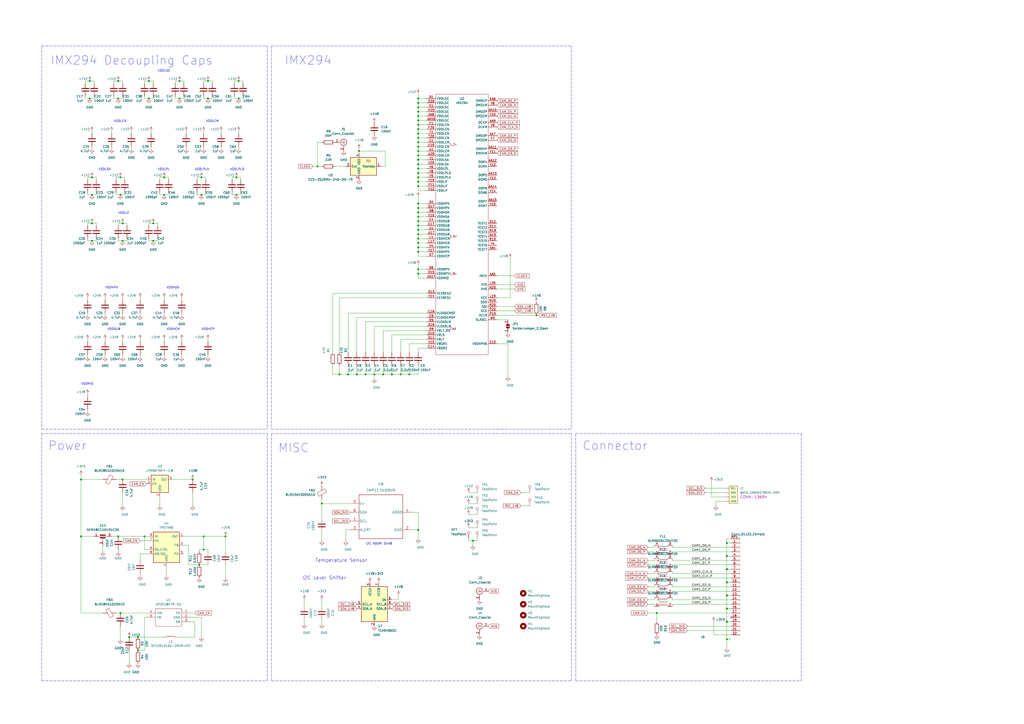
<source format=kicad_sch>
(kicad_sch (version 20211123) (generator eeschema)
  (paper "A2")
  (title_block (title "FourThirdsEye") (date "2024-06-13") (rev "V2") (company "Will Whang"))
  (lib_symbols
    (symbol "2021-03-21_22-07-02:TMP117AIDRVR" (pin_names (offset 0.254))
      (property "Reference" "U" (at 0 2.54 0))
      (property "Value" "TMP117AIDRVR" (at 0 0 0))
      (symbol "TMP117AIDRVR_1_1"
        (pin open_collector line (at -17.78 -2.54 0) (length 5.08) (name "SCL") (number "1"))
        (pin power_in line (at 17.78 -7.62 180) (length 5.08) (name "GND") (number "2"))
        (pin open_collector line (at -17.78 -7.62 0) (length 5.08) (name "ALERT") (number "3"))
        (pin input line (at 17.78 2.54 180) (length 5.08) (name "ADD0") (number "4"))
        (pin power_in line (at -17.78 7.62 0) (length 5.08) (name "V+") (number "5"))
        (pin bidirectional line (at -17.78 2.54 0) (length 5.08) (name "SDA") (number "6"))
      )
    )
    (symbol "AP3418KTR-G1:AP3418KTR-G1" (pin_names (offset 0.762))
      (property "Reference" "PS" (at 21.59 7.62 0))
      (property "Value" "AP3418KTR-G1" (at 21.59 5.08 0))
      (symbol "AP3418KTR-G1_0_0"
        (pin passive line (at 0 0 0) (length 5.08) (name "EN") (number "1"))
        (pin passive line (at 0 -2.54 0) (length 5.08) (name "GND") (number "2"))
        (pin passive line (at 0 -5.08 0) (length 5.08) (name "SW") (number "3"))
        (pin passive line (at 25.4 0 180) (length 5.08) (name "VIN") (number "4"))
        (pin passive line (at 25.4 -2.54 180) (length 5.08) (name "FB") (number "5"))
      )
    )
    (symbol "Connector:Conn_01x22_Female" (pin_names hide)
      (property "Reference" "J9" (at -22.86 -29.21 0))
      (property "Value" "Conn_01x22_Female" (at -5.08 30.48 0))
      (symbol "Conn_01x22_Female_1_1"
        (pin passive line (at -5.08 25.4 0) (length 3.81) (name "Pin_1") (number "1"))
        (pin passive line (at -5.08 2.54 0) (length 3.81) (name "Pin_10") (number "10"))
        (pin passive line (at -5.08 0 0) (length 3.81) (name "Pin_11") (number "11"))
        (pin passive line (at -5.08 -2.54 0) (length 3.81) (name "Pin_12") (number "12"))
        (pin passive line (at -5.08 -5.08 0) (length 3.81) (name "Pin_13") (number "13"))
        (pin passive line (at -5.08 -7.62 0) (length 3.81) (name "Pin_14") (number "14"))
        (pin passive line (at -5.08 -10.16 0) (length 3.81) (name "Pin_15") (number "15"))
        (pin passive line (at -5.08 -12.7 0) (length 3.81) (name "Pin_16") (number "16"))
        (pin passive line (at -5.08 -15.24 0) (length 3.81) (name "Pin_17") (number "17"))
        (pin passive line (at -5.08 -17.78 0) (length 3.81) (name "Pin_18") (number "18"))
        (pin passive line (at -5.08 -20.32 0) (length 3.81) (name "Pin_19") (number "19"))
        (pin passive line (at -5.08 22.86 0) (length 3.81) (name "Pin_2") (number "2"))
        (pin passive line (at -5.08 -22.86 0) (length 3.81) (name "Pin_20") (number "20"))
        (pin passive line (at -5.08 -25.4 0) (length 3.81) (name "Pin_21") (number "21"))
        (pin passive line (at -5.08 -27.94 0) (length 3.81) (name "Pin_22") (number "22"))
        (pin passive line (at -5.08 20.32 0) (length 3.81) (name "Pin_3") (number "3"))
        (pin passive line (at -5.08 17.78 0) (length 3.81) (name "Pin_4") (number "4"))
        (pin passive line (at -5.08 15.24 0) (length 3.81) (name "Pin_5") (number "5"))
        (pin passive line (at -5.08 12.7 0) (length 3.81) (name "Pin_6") (number "6"))
        (pin passive line (at -5.08 10.16 0) (length 3.81) (name "Pin_7") (number "7"))
        (pin passive line (at -5.08 7.62 0) (length 3.81) (name "Pin_8") (number "8"))
        (pin passive line (at -5.08 5.08 0) (length 3.81) (name "Pin_9") (number "9"))
        (pin passive line (at -5.08 27.94 0) (length 3.81) (name "Pin_MP") (number "MP1"))
        (pin passive line (at -5.08 27.94 0) (length 3.81) hide (name "Pin_MP") (number "MP2"))
        (pin passive line (at -5.08 27.94 0) (length 3.81) hide (name "Pin_MP") (number "MP3"))
        (pin passive line (at -5.08 27.94 0) (length 3.81) hide (name "Pin_MP") (number "MP4"))
      )
    )
    (symbol "Connector:Conn_Coaxial" (pin_names (offset 1.016) hide)
      (property "Reference" "J" (at 0.254 3.048 0))
      (property "Value" "Conn_Coaxial" (at 2.921 0 90))
      (symbol "Conn_Coaxial_1_1"
        (pin passive line (at -5.08 0 0) (length 2.54) (name "In") (number "1"))
        (pin passive line (at 0 -5.08 90) (length 2.54) (name "Ext") (number "2"))
      )
    )
    (symbol "Connector:TestPoint" (pin_numbers hide) (pin_names (offset 0.762) hide)
      (property "Reference" "TP" (at 0 6.858 0))
      (property "Value" "TestPoint" (at 0 5.08 0))
      (symbol "TestPoint_1_1"
        (pin passive line (at 0 0 90) (length 2.54) (name "1") (number "1"))
      )
    )
    (symbol "Device:C" (pin_numbers hide) (pin_names (offset 0.254))
      (property "Reference" "C" (at 0.635 2.54 0))
      (property "Value" "C" (at 0.635 -2.54 0))
      (symbol "C_1_1"
        (pin passive line (at 0 3.81 270) (length 2.794) (name "~") (number "1"))
        (pin passive line (at 0 -3.81 90) (length 2.794) (name "~") (number "2"))
      )
    )
    (symbol "Device:C_Feedthrough" (pin_names (offset 0.254) hide)
      (property "Reference" "C" (at 0 7.62 0))
      (property "Value" "C_Feedthrough" (at 0 5.715 0))
      (symbol "C_Feedthrough_1_1"
        (pin passive line (at -5.08 2.54 0) (length 2.54) (name "1") (number "1"))
        (pin passive line (at 0 -2.54 90) (length 2.54) (name "2") (number "2"))
        (pin passive line (at 5.08 2.54 180) (length 2.54) (name "3") (number "3"))
      )
    )
    (symbol "Device:FerriteBead" (pin_numbers hide) (pin_names (offset 0))
      (property "Reference" "FB" (at -3.81 0.635 90))
      (property "Value" "FerriteBead" (at 3.81 0 90))
      (symbol "FerriteBead_1_1"
        (pin passive line (at 0 3.81 270) (length 2.54) (name "~") (number "1"))
        (pin passive line (at 0 -3.81 90) (length 2.54) (name "~") (number "2"))
      )
    )
    (symbol "Device:L" (pin_numbers hide) (pin_names (offset 1.016) hide)
      (property "Reference" "L" (at -1.27 0 90))
      (property "Value" "L" (at 1.905 0 90))
      (symbol "L_1_1"
        (pin passive line (at 0 3.81 270) (length 1.27) (name "1") (number "1"))
        (pin passive line (at 0 -3.81 90) (length 1.27) (name "2") (number "2"))
      )
    )
    (symbol "Device:R" (pin_numbers hide) (pin_names (offset 0))
      (property "Reference" "R" (at 2.032 0 90))
      (property "Value" "R" (at 0 0 90))
      (symbol "R_1_1"
        (pin passive line (at 0 3.81 270) (length 1.27) (name "~") (number "1"))
        (pin passive line (at 0 -3.81 90) (length 1.27) (name "~") (number "2"))
      )
    )
    (symbol "Filter_EMI_LL_1" (pin_names (offset 0.254) hide)
      (property "Reference" "FL1" (at -0.381 7.62 0))
      (property "Value" "Filter_EMI_LL_1" (at -0.381 5.08 0))
      (symbol "Filter_EMI_LL_1_1_1"
        (pin passive line (at -5.08 2.54 0) (length 2.54) (name "1") (number "1"))
        (pin passive line (at 5.08 2.54 180) (length 2.54) (name "2") (number "2"))
        (pin passive line (at 5.08 -2.54 180) (length 2.54) (name "3") (number "3"))
        (pin passive line (at -5.08 -2.54 0) (length 2.54) (name "4") (number "4"))
      )
    )
    (symbol "IMX294:IMX294"
      (property "Reference" "U2" (at -1.27 71.12 0))
      (property "Value" "IMX294" (at -1.27 68.58 0))
      (symbol "IMX294_0_0"
        (text "1.2v" (at -6.35 44.45 0) (effects (font (size 1.27 1.27))))
        (text "1.8v" (at -6.35 -30.48 0) (effects (font (size 1.27 1.27))))
        (text "2.9V" (at -6.35 -8.89 0) (effects (font (size 1.27 1.27))))
        (text "Cap" (at -6.35 -62.23 0) (effects (font (size 1.27 1.27))))
      )
      (symbol "IMX294_1_1"
        (pin input line (at 19.05 63.5 180) (length 5.08) (name "DMO2P") (number "AA10"))
        (pin input line (at 19.05 41.91 180) (length 5.08) (name "DMO4P") (number "AA11"))
        (pin input line (at 19.05 34.29 180) (length 5.08) (name "DOP4") (number "AA12"))
        (pin input line (at 19.05 26.67 180) (length 5.08) (name "DOP5") (number "AA13"))
        (pin input line (at 19.05 19.05 180) (length 5.08) (name "DOP6") (number "AA14"))
        (pin input line (at 19.05 11.43 180) (length 5.08) (name "DOP7") (number "AA15"))
        (pin input line (at -21.59 58.42 0) (length 5.08) (name "VDDLSC") (number "AA16"))
        (pin input line (at -21.59 -33.02 0) (length 5.08) (name "VDDMIO") (number "AA17"))
        (pin input line (at 19.05 -16.51 180) (length 5.08) (name "TEST7") (number "AA4"))
        (pin input line (at 19.05 -31.75 180) (length 5.08) (name "INCK") (number "AA5"))
        (pin input line (at -21.59 60.96 0) (length 5.08) (name "VDDLSC") (number "AA6"))
        (pin input line (at 19.05 49.53 180) (length 5.08) (name "DMO3P") (number "AA7"))
        (pin input line (at 19.05 69.85 180) (length 5.08) (name "DMO1P") (number "AA8"))
        (pin input line (at 19.05 57.15 180) (length 5.08) (name "DCKP") (number "AA9"))
        (pin input line (at 19.05 -71.12 180) (length 5.08) (name "VSSHPX6") (number "C10"))
        (pin input line (at 19.05 -71.12 180) (length 5.08) hide (name "VSSHPX7") (number "C11"))
        (pin input line (at 19.05 -71.12 180) (length 5.08) hide (name "VSSHPX8") (number "C12"))
        (pin input line (at -21.59 -73.66 0) (length 5.08) (name "VBGR2") (number "C14"))
        (pin input line (at 19.05 -71.12 180) (length 5.08) hide (name "VSSHPX9") (number "C15"))
        (pin input line (at -21.59 -53.34 0) (length 5.08) (name "VLOADCMSF") (number "C16"))
        (pin input line (at 19.05 -71.12 180) (length 5.08) hide (name "VSSHPX10") (number "C17"))
        (pin input line (at 19.05 -71.12 180) (length 5.08) hide (name "VSSHPX1") (number "C4"))
        (pin input line (at -21.59 -55.88 0) (length 5.08) (name "VLOADCMSF") (number "C5"))
        (pin input line (at 19.05 -71.12 180) (length 5.08) hide (name "VSSHPX2") (number "C6"))
        (pin input line (at 19.05 -71.12 180) (length 5.08) hide (name "VSSHCP3") (number "C7"))
        (pin input line (at 19.05 -71.12 180) (length 5.08) hide (name "VSSHDA4") (number "C8"))
        (pin input line (at 19.05 -71.12 180) (length 5.08) hide (name "VSSHPX5") (number "C9"))
        (pin input line (at -21.59 71.12 0) (length 5.08) (name "VDDLSC") (number "D1"))
        (pin input line (at -21.59 -66.04 0) (length 5.08) (name "VRLS") (number "D10"))
        (pin input line (at -21.59 -68.58 0) (length 5.08) (name "VRLT") (number "D11"))
        (pin input line (at 19.05 -1.27 180) (length 5.08) (name "TEST1") (number "D12"))
        (pin input line (at -21.59 -41.91 0) (length 5.08) (name "VEXRES2") (number "D13"))
        (pin input line (at 19.05 -3.81 180) (length 5.08) (name "TEST2") (number "D14"))
        (pin input line (at -21.59 -30.48 0) (length 5.08) (name "VDDMPX") (number "D15"))
        (pin input line (at -21.59 -60.96 0) (length 5.08) (name "VLOADLM") (number "D16"))
        (pin input line (at -21.59 7.62 0) (length 5.08) (name "VDDHPX") (number "D17"))
        (pin input line (at 19.05 -71.12 180) (length 5.08) hide (name "VSSLSC12") (number "D19"))
        (pin input line (at 19.05 -71.12 180) (length 5.08) hide (name "VSSLSC11") (number "D2"))
        (pin input line (at -21.59 68.58 0) (length 5.08) (name "VDDLSC") (number "D20"))
        (pin input line (at -21.59 10.16 0) (length 5.08) (name "VDDHPX") (number "D4"))
        (pin input line (at -21.59 -58.42 0) (length 5.08) (name "VLOADLM") (number "D5"))
        (pin input line (at -21.59 -27.94 0) (length 5.08) (name "VDDMPX") (number "D6"))
        (pin input line (at -21.59 -20.32 0) (length 5.08) (name "VDDHCP") (number "D7"))
        (pin input line (at -21.59 5.08 0) (length 5.08) (name "VDDHDA") (number "D8"))
        (pin input line (at -21.59 -63.5 0) (length 5.08) (name "VRLT_RD") (number "D9"))
        (pin input line (at -21.59 45.72 0) (length 5.08) (name "VDDLCM") (number "E1"))
        (pin input line (at -21.59 -2.54 0) (length 5.08) (name "VDDSUB") (number "E17"))
        (pin input line (at 19.05 -71.12 180) (length 5.08) hide (name "VSSLCM14") (number "E19"))
        (pin input line (at 19.05 -71.12 180) (length 5.08) hide (name "VSSLCM13") (number "E2"))
        (pin input line (at -21.59 43.18 0) (length 5.08) (name "VDDLCM") (number "E20"))
        (pin input line (at -21.59 0 0) (length 5.08) (name "VDDSUB") (number "E4"))
        (pin input line (at -21.59 55.88 0) (length 5.08) (name "VDDLCN") (number "F1"))
        (pin input line (at 19.05 -71.12 180) (length 5.08) hide (name "VSSLCN16") (number "F19"))
        (pin input line (at 19.05 -71.12 180) (length 5.08) hide (name "VSSLCN15") (number "F2"))
        (pin input line (at -21.59 53.34 0) (length 5.08) (name "VDDLCN") (number "F20"))
        (pin input line (at -21.59 66.04 0) (length 5.08) (name "VDDLSC") (number "K1"))
        (pin input line (at 19.05 -71.12 180) (length 5.08) hide (name "VSSLSC18") (number "K19"))
        (pin input line (at 19.05 -71.12 180) (length 5.08) hide (name "VSSLSC17") (number "K2"))
        (pin input line (at -21.59 63.5 0) (length 5.08) (name "VDDLSC") (number "K20"))
        (pin input line (at -21.59 -12.7 0) (length 5.08) (name "VDDHCM") (number "L17"))
        (pin input line (at 19.05 -71.12 180) (length 5.08) hide (name "VSSHCM20") (number "L18"))
        (pin input line (at 19.05 -44.45 180) (length 5.08) (name "XCE") (number "L19"))
        (pin input line (at 19.05 -36.83 180) (length 5.08) (name "XVS") (number "L20"))
        (pin input line (at 19.05 -71.12 180) (length 5.08) hide (name "VSSHCM19") (number "L3"))
        (pin input line (at -21.59 -10.16 0) (length 5.08) (name "VDDHCM") (number "L4"))
        (pin input line (at 19.05 -6.35 180) (length 5.08) (name "TEST3") (number "M19"))
        (pin input line (at 19.05 -46.99 180) (length 5.08) (name "SDO") (number "M20"))
        (pin input line (at 19.05 -8.89 180) (length 5.08) (name "TEST4") (number "N19"))
        (pin input line (at 19.05 -39.37 180) (length 5.08) (name "XHS") (number "N20"))
        (pin input line (at 19.05 -54.61 180) (length 5.08) (name "XCLR") (number "P19"))
        (pin input line (at 19.05 -52.07 180) (length 5.08) (name "SCK") (number "P20"))
        (pin input line (at 19.05 -11.43 180) (length 5.08) (name "TEST5") (number "R19"))
        (pin input line (at 19.05 -49.53 180) (length 5.08) (name "SDI") (number "R20"))
        (pin input line (at -21.59 50.8 0) (length 5.08) (name "VDDLCN") (number "T1"))
        (pin input line (at 19.05 -71.12 180) (length 5.08) hide (name "VSSLCN22") (number "T19"))
        (pin input line (at 19.05 -71.12 180) (length 5.08) hide (name "VSSLCN21") (number "T2"))
        (pin input line (at -21.59 48.26 0) (length 5.08) (name "VDDLCN") (number "T20"))
        (pin input line (at -21.59 40.64 0) (length 5.08) (name "VDDLCM") (number "U1"))
        (pin input line (at -21.59 -7.62 0) (length 5.08) (name "VDDSUB") (number "U17"))
        (pin input line (at 19.05 -71.12 180) (length 5.08) hide (name "VSSLCM24") (number "U19"))
        (pin input line (at 19.05 -71.12 180) (length 5.08) hide (name "VSSLCM23") (number "U2"))
        (pin input line (at -21.59 38.1 0) (length 5.08) (name "VDDLCM") (number "U20"))
        (pin input line (at -21.59 -5.08 0) (length 5.08) (name "VDDSUB") (number "U4"))
        (pin input line (at -21.59 35.56 0) (length 5.08) (name "VDDLSA") (number "V1"))
        (pin input line (at -21.59 22.86 0) (length 5.08) (name "VDDLIF") (number "V10"))
        (pin input line (at -21.59 20.32 0) (length 5.08) (name "VDDLIF") (number "V11"))
        (pin input line (at -21.59 17.78 0) (length 5.08) (name "VDDLIF") (number "V12"))
        (pin input line (at -21.59 -44.45 0) (length 5.08) (name "VEXRES1") (number "V14"))
        (pin input line (at -21.59 -71.12 0) (length 5.08) (name "VBGR1") (number "V15"))
        (pin input line (at -21.59 2.54 0) (length 5.08) (name "VDDHDA") (number "V16"))
        (pin input line (at -21.59 -17.78 0) (length 5.08) (name "VDDHPX") (number "V17"))
        (pin input line (at 19.05 -71.12 180) (length 5.08) hide (name "VSSLSA26") (number "V19"))
        (pin input line (at 19.05 -71.12 180) (length 5.08) hide (name "VSSLSA25") (number "V2"))
        (pin input line (at -21.59 33.02 0) (length 5.08) (name "VDDLSA") (number "V20"))
        (pin input line (at -21.59 -15.24 0) (length 5.08) (name "VDDHPX") (number "V4"))
        (pin input line (at -21.59 30.48 0) (length 5.08) (name "VDDLPL") (number "V6"))
        (pin input line (at -21.59 27.94 0) (length 5.08) (name "VDDLPLD") (number "V8"))
        (pin input line (at -21.59 25.4 0) (length 5.08) (name "VDDLPLA") (number "V9"))
        (pin input line (at 19.05 -71.12 180) (length 5.08) hide (name "VSSLIF31") (number "W10"))
        (pin input line (at 19.05 -71.12 180) (length 5.08) hide (name "VSSLIF32") (number "W11"))
        (pin input line (at 19.05 -71.12 180) (length 5.08) hide (name "VSSLIF33") (number "W12"))
        (pin input line (at 19.05 -71.12 180) (length 5.08) hide (name "VSSHDA34") (number "W16"))
        (pin input line (at 19.05 -71.12 180) (length 5.08) hide (name "VSSHPX35") (number "W17"))
        (pin input line (at 19.05 -71.12 180) (length 5.08) hide (name "VSSHPX27") (number "W4"))
        (pin input line (at 19.05 -57.15 180) (length 5.08) (name "SLASEL") (number "W5"))
        (pin input line (at 19.05 -71.12 180) (length 5.08) hide (name "VSSLPL28") (number "W6"))
        (pin input line (at 19.05 -71.12 180) (length 5.08) hide (name "VSSLPLD29") (number "W8"))
        (pin input line (at 19.05 -71.12 180) (length 5.08) hide (name "VSSLPLA30") (number "W9"))
        (pin input line (at 19.05 60.96 180) (length 5.08) (name "DMO2M") (number "Y10"))
        (pin input line (at 19.05 39.37 180) (length 5.08) (name "DMO4M") (number "Y11"))
        (pin input line (at 19.05 31.75 180) (length 5.08) (name "DOM4") (number "Y12"))
        (pin input line (at 19.05 24.13 180) (length 5.08) (name "DOM5") (number "Y13"))
        (pin input line (at 19.05 16.51 180) (length 5.08) (name "DOM6") (number "Y14"))
        (pin input line (at 19.05 8.89 180) (length 5.08) (name "DOM7") (number "Y15"))
        (pin input line (at 19.05 -71.12 180) (length 5.08) hide (name "VSSLSC38") (number "Y16"))
        (pin input line (at 19.05 -13.97 180) (length 5.08) (name "TEST6") (number "Y4"))
        (pin input line (at 19.05 -71.12 180) (length 5.08) hide (name "VSSLPLD36") (number "Y5"))
        (pin input line (at 19.05 -71.12 180) (length 5.08) hide (name "VSSLSC37") (number "Y6"))
        (pin input line (at 19.05 46.99 180) (length 5.08) (name "DMO3M") (number "Y7"))
        (pin input line (at 19.05 67.31 180) (length 5.08) (name "DMO1M") (number "Y8"))
        (pin input line (at 19.05 54.61 180) (length 5.08) (name "DCKM") (number "Y9"))
      )
    )
    (symbol "Interface:TCA9406DC"
      (property "Reference" "U" (at -7.62 11.43 0))
      (property "Value" "TCA9406DC" (at 5.08 11.43 0))
      (symbol "TCA9406DC_1_1"
        (pin bidirectional line (at 10.16 -2.54 180) (length 2.54) (name "SDA_B") (number "1"))
        (pin power_in line (at 0 -12.7 90) (length 2.54) (name "GND") (number "2"))
        (pin power_in line (at -2.54 12.7 270) (length 2.54) (name "VCCA") (number "3"))
        (pin bidirectional line (at -10.16 -2.54 0) (length 2.54) (name "SDA_A") (number "4"))
        (pin bidirectional line (at -10.16 0 0) (length 2.54) (name "SCL_A") (number "5"))
        (pin input line (at 10.16 2.54 180) (length 2.54) (name "OE") (number "6"))
        (pin power_in line (at 2.54 12.7 270) (length 2.54) (name "VCCB") (number "7"))
        (pin bidirectional line (at 10.16 0 180) (length 2.54) (name "SCL_B") (number "8"))
      )
    )
    (symbol "Jumper:SolderJumper_2_Open" (pin_names (offset 0) hide)
      (property "Reference" "JP" (at 0 2.032 0))
      (property "Value" "SolderJumper_2_Open" (at 0 -2.54 0))
      (symbol "SolderJumper_2_Open_1_1"
        (pin passive line (at -3.81 0 0) (length 2.54) (name "A") (number "1"))
        (pin passive line (at 3.81 0 180) (length 2.54) (name "B") (number "2"))
      )
    )
    (symbol "Mechanical:MountingHole" (pin_names (offset 1.016))
      (property "Reference" "H" (at 0 5.08 0))
      (property "Value" "MountingHole" (at 0 3.175 0))
    )
    (symbol "Oscillator:ASDMB-xxxMHz"
      (property "Reference" "U" (at -6.35 6.35 0))
      (property "Value" "ASDMB-xxxMHz" (at 11.43 6.35 0))
      (symbol "ASDMB-xxxMHz_1_1"
        (pin input line (at -10.16 0 0) (length 2.54) (name "Standby") (number "1"))
        (pin power_in line (at 2.54 -7.62 90) (length 2.54) (name "GND") (number "2"))
        (pin output line (at 10.16 0 180) (length 2.54) (name "Out") (number "3"))
        (pin power_in line (at 2.54 7.62 270) (length 2.54) (name "VDD") (number "4"))
      )
    )
    (symbol "Regulator_Linear:LP5907MFX-1.8"
      (property "Reference" "U" (at -3.81 6.35 0))
      (property "Value" "LP5907MFX-1.8" (at 6.35 6.35 0))
      (symbol "LP5907MFX-1.8_0_1"
        (pin power_in line (at -7.62 2.54 0) (length 2.54) (name "IN") (number "1"))
        (pin power_in line (at 0 -7.62 90) (length 2.54) (name "GND") (number "2"))
        (pin input line (at -7.62 0 0) (length 2.54) (name "EN") (number "3"))
        (pin no_connect line (at 5.08 0 180) (length 2.54) hide (name "NC") (number "4"))
        (pin power_out line (at 7.62 2.54 180) (length 2.54) (name "OUT") (number "5"))
      )
    )
    (symbol "Regulator_Linear:TPS7A90"
      (property "Reference" "U" (at -6.35 11.43 0))
      (property "Value" "TPS7A90" (at 3.81 11.43 0))
      (symbol "TPS7A90_1_1"
        (pin power_out line (at 10.16 7.62 180) (length 2.54) (name "OUT") (number "1"))
        (pin passive line (at -10.16 7.62 0) (length 2.54) hide (name "IN") (number "10"))
        (pin passive line (at 0 -10.16 90) (length 2.54) hide (name "GND") (number "11"))
        (pin passive line (at 10.16 7.62 180) (length 2.54) hide (name "OUT") (number "2"))
        (pin input line (at 10.16 2.54 180) (length 2.54) (name "FB") (number "3"))
        (pin power_in line (at 0 -10.16 90) (length 2.54) (name "GND") (number "4"))
        (pin open_collector line (at 10.16 -2.54 180) (length 2.54) (name "PG") (number "5"))
        (pin input line (at -10.16 0 0) (length 2.54) (name "SS_CTRL") (number "6"))
        (pin input line (at -10.16 5.08 0) (length 2.54) (name "EN") (number "7"))
        (pin passive line (at -10.16 -2.54 0) (length 2.54) (name "NR/SS") (number "8"))
        (pin power_in line (at -10.16 7.62 0) (length 2.54) (name "IN") (number "9"))
      )
    )
    (symbol "SparkFun-Connectors:QWIIC_CONNECTORJS-1MM" (pin_numbers hide) (pin_names (offset 1.016))
      (property "Reference" "J" (at -5.08 10.16 0))
      (property "Value" "QWIIC_CONNECTORJS-1MM" (at -5.08 -3.81 0))
      (property "Field4" "CONN-13694" (at 0 13.97 0))
      (symbol "QWIIC_CONNECTORJS-1MM_1_1"
        (pin power_in line (at 2.54 0 180) (length 2.54) (name "GND") (number "1"))
        (pin power_in line (at 2.54 2.54 180) (length 2.54) (name "VCC") (number "2"))
        (pin passive line (at 2.54 5.08 180) (length 2.54) (name "SDA") (number "3"))
        (pin passive line (at 2.54 7.62 180) (length 2.54) (name "SCL") (number "4"))
      )
    )
    (symbol "power:+1V2" (power) (pin_names (offset 0))
      (property "Value" "+1V2" (at 0 3.556 0))
      (symbol "+1V2_1_1"
        (pin power_in line (at 0 0 90) (length 0) hide (name "+1V2") (number "1"))
      )
    )
    (symbol "power:+1V8" (power) (pin_names (offset 0))
      (property "Value" "+1V8" (at 0 3.556 0))
      (symbol "+1V8_1_1"
        (pin power_in line (at 0 0 90) (length 0) hide (name "+1V8") (number "1"))
      )
    )
    (symbol "power:+2V9" (power) (pin_names (offset 0))
      (property "Value" "+2V9" (at 0 3.556 0))
      (symbol "+2V9_1_1"
        (pin power_in line (at 0 0 90) (length 0) hide (name "+2V9") (number "1"))
      )
    )
    (symbol "power:+3.3V" (power) (pin_names (offset 0))
      (property "Value" "+3.3V" (at 0 3.556 0))
      (symbol "+3.3V_1_1"
        (pin power_in line (at 0 0 90) (length 0) hide (name "+3V3") (number "1"))
      )
    )
    (symbol "power:GND" (power) (pin_names (offset 0))
      (property "Value" "GND" (at 0 -3.81 0))
      (symbol "GND_1_1"
        (pin power_in line (at 0 0 270) (length 0) hide (name "GND") (number "1"))
      )
    )
  )
  (junction (at 201.93 217.17))
  (junction (at 242.57 85.09))
  (junction (at 118.11 318.77))
  (junction (at 80.01 377.19))
  (junction (at 242.57 72.39))
  (junction (at 137.16 102.87))
  (junction (at 242.57 90.17))
  (junction (at 242.57 69.85))
  (junction (at 52.07 57.15))
  (junction (at 242.57 102.87))
  (junction (at 242.57 92.71))
  (junction (at 242.57 120.65))
  (junction (at 242.57 143.51))
  (junction (at 46.99 311.15))
  (junction (at 242.57 118.11))
  (junction (at 104.14 57.15))
  (junction (at 242.57 57.15))
  (junction (at 53.34 139.7))
  (junction (at 208.28 87.63))
  (junction (at 421.64 314.96))
  (junction (at 242.57 82.55))
  (junction (at 88.9 139.7))
  (junction (at 232.41 217.17))
  (junction (at 421.64 322.58) (diameter 1.016))
  (junction (at 86.36 57.15))
  (junction (at 242.57 133.35))
  (junction (at 242.57 74.93))
  (junction (at 46.99 278.13))
  (junction (at 71.12 139.7))
  (junction (at 53.34 102.87))
  (junction (at 237.49 217.17))
  (junction (at 68.58 46.99))
  (junction (at 242.57 158.75))
  (junction (at 83.82 311.15))
  (junction (at 115.57 327.66))
  (junction (at 130.81 311.15))
  (junction (at 242.57 62.23))
  (junction (at 311.15 182.88))
  (junction (at 222.25 217.17))
  (junction (at 118.11 311.15))
  (junction (at 217.17 217.17))
  (junction (at 242.57 135.89))
  (junction (at 227.33 217.17))
  (junction (at 186.69 292.1))
  (junction (at 242.57 140.97))
  (junction (at 242.57 87.63))
  (junction (at 116.84 113.03))
  (junction (at 242.57 307.34))
  (junction (at 111.76 278.13))
  (junction (at 242.57 64.77))
  (junction (at 421.64 370.84))
  (junction (at 242.57 107.95))
  (junction (at 242.57 146.05))
  (junction (at 137.16 113.03))
  (junction (at 242.57 97.79))
  (junction (at 207.01 217.17))
  (junction (at 242.57 138.43))
  (junction (at 242.57 100.33))
  (junction (at 52.07 46.99))
  (junction (at 242.57 105.41))
  (junction (at 242.57 156.21))
  (junction (at 212.09 217.17))
  (junction (at 68.58 311.15))
  (junction (at 138.43 57.15))
  (junction (at 381 355.6))
  (junction (at 53.34 129.54))
  (junction (at 71.12 278.13))
  (junction (at 86.36 46.99))
  (junction (at 242.57 77.47))
  (junction (at 120.65 46.99))
  (junction (at 421.64 345.44) (diameter 1.016))
  (junction (at 421.64 337.82) (diameter 1.016))
  (junction (at 104.14 46.99))
  (junction (at 88.9 129.54))
  (junction (at 242.57 80.01))
  (junction (at 242.57 67.31))
  (junction (at 95.25 113.03))
  (junction (at 69.85 113.03))
  (junction (at 421.64 353.06) (diameter 1.016))
  (junction (at 71.12 129.54))
  (junction (at 80.01 369.57))
  (junction (at 69.85 102.87))
  (junction (at 196.85 217.17))
  (junction (at 184.15 96.52))
  (junction (at 242.57 95.25))
  (junction (at 242.57 128.27))
  (junction (at 274.32 313.69))
  (junction (at 242.57 125.73))
  (junction (at 120.65 57.15))
  (junction (at 242.57 123.19))
  (junction (at 242.57 92.5772))
  (junction (at 68.58 57.15))
  (junction (at 69.85 355.6))
  (junction (at 95.25 102.87))
  (junction (at 421.64 360.68) (diameter 1.016))
  (junction (at 242.57 59.69))
  (junction (at 138.43 46.99))
  (junction (at 74.93 369.57))
  (junction (at 53.34 113.03))
  (junction (at 421.64 330.2) (diameter 1.016))
  (junction (at 242.57 130.81))
  (junction (at 116.84 102.87))
  (no_connect (at 424.18 358.14))
  (wire (pts (xy 288.29 199.39) (xy 294.64 199.39)))
  (wire (pts (xy 242.57 146.05) (xy 247.65 146.05)))
  (wire (pts (xy 55.88 130.81) (xy 55.88 129.54)))
  (wire (pts (xy 375.92 325.12) (xy 379.73 325.12)))
  (polyline (pts (xy 288.29 26.67) (xy 331.47 26.67)))
  (wire (pts (xy 389.89 331.47) (xy 389.89 332.74)))
  (wire (pts (xy 86.36 57.15) (xy 83.82 57.15)))
  (wire (pts (xy 71.12 129.54) (xy 73.66 129.54)))
  (wire (pts (xy 242.57 69.85) (xy 247.65 69.85)))
  (wire (pts (xy 375.92 342.9) (xy 379.73 342.9)))
  (wire (pts (xy 421.64 312.42) (xy 421.64 314.96)))
  (wire (pts (xy 421.64 360.68) (xy 424.18 360.68)))
  (wire (pts (xy 222.25 191.77) (xy 222.25 204.47)))
  (polyline (pts (xy 464.82 251.46) (xy 464.82 394.97)))
  (wire (pts (xy 242.57 297.18) (xy 242.57 307.34)))
  (wire (pts (xy 50.8 172.72) (xy 50.8 173.99)))
  (wire (pts (xy 421.64 370.84) (xy 421.64 375.92)))
  (wire (pts (xy 54.61 48.26) (xy 54.61 46.99)))
  (wire (pts (xy 118.11 57.15) (xy 118.11 55.88)))
  (polyline (pts (xy 288.29 251.46) (xy 331.47 251.46)))
  (wire (pts (xy 83.82 311.15) (xy 86.36 311.15)))
  (wire (pts (xy 242.57 62.23) (xy 242.57 59.69)))
  (wire (pts (xy 137.16 113.03) (xy 134.62 113.03)))
  (wire (pts (xy 71.12 285.75) (xy 71.12 293.37)))
  (wire (pts (xy 242.57 67.31) (xy 247.65 67.31)))
  (wire (pts (xy 104.14 46.99) (xy 106.68 46.99)))
  (wire (pts (xy 223.52 87.63) (xy 208.28 87.63)))
  (wire (pts (xy 107.95 85.09) (xy 107.95 86.36)))
  (wire (pts (xy 375.92 327.66) (xy 379.73 327.66)))
  (wire (pts (xy 379.73 347.98) (xy 379.73 346.71)))
  (wire (pts (xy 379.73 317.5) (xy 379.73 316.23)))
  (wire (pts (xy 110.49 360.68) (xy 113.03 360.68)))
  (wire (pts (xy 242.57 59.69) (xy 242.57 57.15)))
  (wire (pts (xy 55.88 111.76) (xy 55.88 113.03)))
  (wire (pts (xy 424.18 312.42) (xy 421.64 312.42)))
  (wire (pts (xy 186.69 347.98) (xy 186.69 351.79)))
  (wire (pts (xy 207.01 217.17) (xy 212.09 217.17)))
  (wire (pts (xy 200.66 307.34) (xy 200.66 313.69)))
  (wire (pts (xy 242.57 80.01) (xy 247.65 80.01)))
  (wire (pts (xy 95.25 369.57) (xy 80.01 369.57)))
  (wire (pts (xy 242.57 140.97) (xy 247.65 140.97)))
  (wire (pts (xy 420.37 290.83) (xy 415.29 290.83)))
  (wire (pts (xy 120.65 205.74) (xy 120.65 207.01)))
  (wire (pts (xy 375.92 320.04) (xy 379.73 320.04)))
  (wire (pts (xy 271.78 285.75) (xy 276.86 285.75)))
  (wire (pts (xy 88.9 139.7) (xy 86.36 139.7)))
  (wire (pts (xy 242.57 100.33) (xy 242.57 102.87)))
  (wire (pts (xy 242.57 156.21) (xy 242.57 153.67)))
  (wire (pts (xy 100.33 278.13) (xy 111.76 278.13)))
  (wire (pts (xy 71.12 278.13) (xy 85.09 278.13)))
  (wire (pts (xy 116.84 358.14) (xy 110.49 358.14)))
  (wire (pts (xy 242.57 102.87) (xy 242.57 105.41)))
  (wire (pts (xy 87.63 76.2) (xy 87.63 77.47)))
  (wire (pts (xy 55.88 139.7) (xy 53.34 139.7)))
  (wire (pts (xy 105.41 205.74) (xy 105.41 207.01)))
  (polyline (pts (xy 24.13 26.67) (xy 154.94 26.67)))
  (wire (pts (xy 120.65 57.15) (xy 118.11 57.15)))
  (wire (pts (xy 242.57 77.47) (xy 247.65 77.47)))
  (wire (pts (xy 138.43 57.15) (xy 135.89 57.15)))
  (wire (pts (xy 375.92 355.6) (xy 381 355.6)))
  (wire (pts (xy 247.65 172.72) (xy 196.85 172.72)))
  (wire (pts (xy 91.44 138.43) (xy 91.44 139.7)))
  (wire (pts (xy 288.29 172.72) (xy 295.91 172.72)))
  (wire (pts (xy 421.64 353.06) (xy 424.18 353.06)))
  (wire (pts (xy 119.38 111.76) (xy 119.38 113.03)))
  (wire (pts (xy 97.79 104.14) (xy 97.79 102.87)))
  (wire (pts (xy 64.77 76.2) (xy 64.77 77.47)))
  (wire (pts (xy 73.66 130.81) (xy 73.66 129.54)))
  (wire (pts (xy 208.28 87.63) (xy 208.28 88.9)))
  (wire (pts (xy 120.65 318.77) (xy 120.65 320.04)))
  (wire (pts (xy 68.58 57.15) (xy 66.04 57.15)))
  (wire (pts (xy 92.71 113.03) (xy 92.71 111.76)))
  (wire (pts (xy 242.57 123.19) (xy 242.57 120.65)))
  (wire (pts (xy 59.69 316.23) (xy 59.69 320.04)))
  (wire (pts (xy 242.57 107.95) (xy 247.65 107.95)))
  (wire (pts (xy 217.17 189.23) (xy 217.17 204.47)))
  (wire (pts (xy 232.41 212.09) (xy 232.41 217.17)))
  (wire (pts (xy 97.79 111.76) (xy 97.79 113.03)))
  (wire (pts (xy 186.69 292.1) (xy 186.69 289.56)))
  (wire (pts (xy 242.57 307.34) (xy 242.57 312.42)))
  (wire (pts (xy 86.36 46.99) (xy 88.9 46.99)))
  (wire (pts (xy 64.77 85.09) (xy 64.77 86.36)))
  (wire (pts (xy 196.85 212.09) (xy 196.85 217.17)))
  (wire (pts (xy 95.25 181.61) (xy 95.25 182.88)))
  (wire (pts (xy 72.39 113.03) (xy 69.85 113.03)))
  (wire (pts (xy 73.66 139.7) (xy 71.12 139.7)))
  (wire (pts (xy 68.58 318.77) (xy 68.58 320.04)))
  (wire (pts (xy 46.99 355.6) (xy 46.99 311.15)))
  (wire (pts (xy 242.57 80.01) (xy 242.57 77.47)))
  (wire (pts (xy 247.65 181.61) (xy 201.93 181.61)))
  (wire (pts (xy 389.89 339.09) (xy 389.89 340.36)))
  (wire (pts (xy 69.85 102.87) (xy 67.31 102.87)))
  (wire (pts (xy 113.03 369.57) (xy 102.87 369.57)))
  (wire (pts (xy 242.57 77.47) (xy 242.57 74.93)))
  (wire (pts (xy 67.31 355.6) (xy 69.85 355.6)))
  (wire (pts (xy 92.71 102.87) (xy 92.71 104.14)))
  (wire (pts (xy 106.68 316.23) (xy 109.22 316.23)))
  (wire (pts (xy 114.3 113.03) (xy 114.3 111.76)))
  (wire (pts (xy 242.57 148.59) (xy 242.57 146.05)))
  (wire (pts (xy 81.28 321.31) (xy 81.28 325.12)))
  (wire (pts (xy 271.78 292.1) (xy 276.86 292.1)))
  (wire (pts (xy 242.57 87.63) (xy 242.57 85.09)))
  (wire (pts (xy 71.12 139.7) (xy 68.58 139.7)))
  (wire (pts (xy 379.73 340.36) (xy 379.73 339.09)))
  (polyline (pts (xy 24.13 26.67) (xy 24.13 248.92)))
  (wire (pts (xy 186.69 308.61) (xy 186.69 313.69)))
  (wire (pts (xy 389.89 317.5) (xy 424.18 317.5)))
  (wire (pts (xy 242.57 85.09) (xy 247.65 85.09)))
  (wire (pts (xy 137.16 102.87) (xy 139.7 102.87)))
  (polyline (pts (xy 288.29 394.97) (xy 331.47 394.97)))
  (wire (pts (xy 53.34 129.54) (xy 50.8 129.54)))
  (wire (pts (xy 123.19 48.26) (xy 123.19 46.99)))
  (wire (pts (xy 101.6 46.99) (xy 101.6 48.26)))
  (wire (pts (xy 231.14 347.98) (xy 231.14 345.44)))
  (wire (pts (xy 95.25 102.87) (xy 92.71 102.87)))
  (wire (pts (xy 421.64 322.58) (xy 421.64 330.2)))
  (polyline (pts (xy 334.01 251.46) (xy 464.82 251.46)))
  (wire (pts (xy 420.37 288.29) (xy 412.75 288.29)))
  (wire (pts (xy 118.11 85.09) (xy 118.11 86.36)))
  (wire (pts (xy 242.57 138.43) (xy 242.57 135.89)))
  (wire (pts (xy 110.49 355.6) (xy 113.03 355.6)))
  (wire (pts (xy 71.12 196.85) (xy 71.12 198.12)))
  (wire (pts (xy 60.96 181.61) (xy 60.96 182.88)))
  (wire (pts (xy 379.73 320.04) (xy 379.73 321.31)))
  (wire (pts (xy 274.32 313.69) (xy 274.32 316.23)))
  (polyline (pts (xy 157.48 26.67) (xy 288.29 26.67)))
  (wire (pts (xy 242.57 143.51) (xy 242.57 140.97)))
  (wire (pts (xy 242.57 85.09) (xy 242.57 82.55)))
  (wire (pts (xy 96.52 328.93) (xy 96.52 334.01)))
  (wire (pts (xy 128.27 76.2) (xy 128.27 77.47)))
  (wire (pts (xy 379.73 335.28) (xy 379.73 336.55)))
  (polyline (pts (xy 154.94 251.46) (xy 154.94 394.97)))
  (polyline (pts (xy 157.48 394.97) (xy 288.29 394.97)))
  (wire (pts (xy 50.8 102.87) (xy 50.8 104.14)))
  (wire (pts (xy 67.31 102.87) (xy 67.31 104.14)))
  (polyline (pts (xy 331.47 251.46) (xy 331.47 394.97)))
  (wire (pts (xy 105.41 181.61) (xy 105.41 182.88)))
  (wire (pts (xy 247.65 189.23) (xy 217.17 189.23)))
  (wire (pts (xy 91.44 139.7) (xy 88.9 139.7)))
  (wire (pts (xy 379.73 327.66) (xy 379.73 328.93)))
  (wire (pts (xy 242.57 128.27) (xy 247.65 128.27)))
  (wire (pts (xy 217.17 217.17) (xy 217.17 219.71)))
  (wire (pts (xy 247.65 184.15) (xy 207.01 184.15)))
  (wire (pts (xy 424.18 370.84) (xy 421.64 370.84)))
  (wire (pts (xy 72.39 104.14) (xy 72.39 102.87)))
  (wire (pts (xy 53.34 85.09) (xy 53.34 86.36)))
  (wire (pts (xy 55.88 113.03) (xy 53.34 113.03)))
  (wire (pts (xy 381 355.6) (xy 424.18 355.6)))
  (wire (pts (xy 379.73 342.9) (xy 379.73 344.17)))
  (wire (pts (xy 389.89 342.9) (xy 424.18 342.9)))
  (wire (pts (xy 106.68 48.26) (xy 106.68 46.99)))
  (wire (pts (xy 408.94 283.21) (xy 420.37 283.21)))
  (wire (pts (xy 53.34 76.2) (xy 53.34 77.47)))
  (wire (pts (xy 55.88 138.43) (xy 55.88 139.7)))
  (wire (pts (xy 288.29 160.02) (xy 298.45 160.02)))
  (wire (pts (xy 242.57 62.23) (xy 247.65 62.23)))
  (wire (pts (xy 227.33 217.17) (xy 232.41 217.17)))
  (wire (pts (xy 53.34 139.7) (xy 50.8 139.7)))
  (wire (pts (xy 375.92 332.74) (xy 379.73 332.74)))
  (wire (pts (xy 389.89 340.36) (xy 424.18 340.36)))
  (wire (pts (xy 247.65 161.29) (xy 242.57 161.29)))
  (wire (pts (xy 194.31 96.52) (xy 200.66 96.52)))
  (wire (pts (xy 242.57 95.25) (xy 247.65 95.25)))
  (wire (pts (xy 114.3 102.87) (xy 114.3 104.14)))
  (wire (pts (xy 106.68 311.15) (xy 118.11 311.15)))
  (wire (pts (xy 242.57 130.81) (xy 247.65 130.81)))
  (wire (pts (xy 242.57 74.93) (xy 247.65 74.93)))
  (wire (pts (xy 242.57 64.77) (xy 247.65 64.77)))
  (wire (pts (xy 81.28 205.74) (xy 81.28 207.01)))
  (wire (pts (xy 242.57 133.35) (xy 247.65 133.35)))
  (wire (pts (xy 389.89 327.66) (xy 389.89 328.93)))
  (wire (pts (xy 113.03 360.68) (xy 113.03 369.57)))
  (wire (pts (xy 74.93 377.19) (xy 74.93 384.81)))
  (wire (pts (xy 227.33 347.98) (xy 231.14 347.98)))
  (wire (pts (xy 242.57 82.55) (xy 242.57 80.01)))
  (wire (pts (xy 71.12 181.61) (xy 71.12 182.88)))
  (wire (pts (xy 311.15 182.88) (xy 312.42 182.88)))
  (wire (pts (xy 135.89 46.99) (xy 135.89 48.26)))
  (wire (pts (xy 222.25 217.17) (xy 227.33 217.17)))
  (wire (pts (xy 421.64 330.2) (xy 424.18 330.2)))
  (wire (pts (xy 242.57 92.5772) (xy 242.57 92.71)))
  (wire (pts (xy 242.57 135.89) (xy 247.65 135.89)))
  (wire (pts (xy 140.97 48.26) (xy 140.97 46.99)))
  (wire (pts (xy 139.7 111.76) (xy 139.7 113.03)))
  (wire (pts (xy 389.89 332.74) (xy 424.18 332.74)))
  (wire (pts (xy 217.17 217.17) (xy 222.25 217.17)))
  (wire (pts (xy 242.57 67.31) (xy 242.57 64.77)))
  (wire (pts (xy 91.44 130.81) (xy 91.44 129.54)))
  (wire (pts (xy 60.96 196.85) (xy 60.96 198.12)))
  (wire (pts (xy 138.43 85.09) (xy 138.43 86.36)))
  (wire (pts (xy 212.09 186.69) (xy 212.09 204.47)))
  (wire (pts (xy 60.96 205.74) (xy 60.96 207.01)))
  (wire (pts (xy 69.85 113.03) (xy 67.31 113.03)))
  (wire (pts (xy 242.57 97.79) (xy 242.57 100.33)))
  (wire (pts (xy 288.29 177.8) (xy 298.45 177.8)))
  (wire (pts (xy 389.89 317.5) (xy 389.89 316.23)))
  (wire (pts (xy 242.57 90.17) (xy 242.57 87.63)))
  (wire (pts (xy 109.22 327.66) (xy 115.57 327.66)))
  (wire (pts (xy 68.58 311.15) (xy 83.82 311.15)))
  (wire (pts (xy 68.58 46.99) (xy 66.04 46.99)))
  (wire (pts (xy 50.8 113.03) (xy 50.8 111.76)))
  (wire (pts (xy 242.57 118.11) (xy 247.65 118.11)))
  (wire (pts (xy 242.57 69.85) (xy 242.57 67.31)))
  (wire (pts (xy 237.49 212.09) (xy 237.49 217.17)))
  (wire (pts (xy 242.57 201.93) (xy 242.57 204.47)))
  (polyline (pts (xy 24.13 251.46) (xy 24.13 394.97)))
  (wire (pts (xy 238.76 307.34) (xy 242.57 307.34)))
  (wire (pts (xy 101.6 57.15) (xy 101.6 55.88)))
  (wire (pts (xy 69.85 102.87) (xy 72.39 102.87)))
  (polyline (pts (xy 157.48 248.92) (xy 288.29 248.92)))
  (wire (pts (xy 120.65 196.85) (xy 120.65 198.12)))
  (wire (pts (xy 408.94 285.75) (xy 420.37 285.75)))
  (wire (pts (xy 217.17 212.09) (xy 217.17 217.17)))
  (wire (pts (xy 242.57 120.65) (xy 247.65 120.65)))
  (wire (pts (xy 242.57 120.65) (xy 242.57 118.11)))
  (wire (pts (xy 421.64 337.82) (xy 421.64 345.44)))
  (wire (pts (xy 88.9 57.15) (xy 86.36 57.15)))
  (wire (pts (xy 134.62 102.87) (xy 134.62 104.14)))
  (wire (pts (xy 242.57 82.55) (xy 247.65 82.55)))
  (wire (pts (xy 193.04 170.18) (xy 247.65 170.18)))
  (polyline (pts (xy 154.94 26.67) (xy 154.94 248.92)))
  (wire (pts (xy 68.58 139.7) (xy 68.58 138.43)))
  (wire (pts (xy 242.57 125.73) (xy 247.65 125.73)))
  (wire (pts (xy 247.65 148.59) (xy 242.57 148.59)))
  (wire (pts (xy 242.57 95.25) (xy 242.57 97.79)))
  (wire (pts (xy 421.64 337.82) (xy 424.18 337.82)))
  (wire (pts (xy 107.95 76.2) (xy 107.95 77.47)))
  (wire (pts (xy 242.57 87.63) (xy 247.65 87.63)))
  (wire (pts (xy 271.78 312.42) (xy 271.78 313.69)))
  (wire (pts (xy 88.9 55.88) (xy 88.9 57.15)))
  (wire (pts (xy 118.11 311.15) (xy 118.11 318.77)))
  (wire (pts (xy 421.64 314.96) (xy 421.64 322.58)))
  (wire (pts (xy 288.29 185.42) (xy 294.64 185.42)))
  (wire (pts (xy 389.89 350.52) (xy 389.89 351.79)))
  (wire (pts (xy 193.04 204.47) (xy 193.04 170.18)))
  (wire (pts (xy 247.65 110.49) (xy 242.57 110.49)))
  (wire (pts (xy 71.12 57.15) (xy 68.58 57.15)))
  (wire (pts (xy 71.12 48.26) (xy 71.12 46.99)))
  (wire (pts (xy 52.07 57.15) (xy 49.53 57.15)))
  (wire (pts (xy 54.61 55.88) (xy 54.61 57.15)))
  (wire (pts (xy 92.71 288.29) (xy 92.71 293.37)))
  (wire (pts (xy 186.69 292.1) (xy 203.2 292.1)))
  (wire (pts (xy 276.86 313.69) (xy 276.86 312.42)))
  (wire (pts (xy 389.89 325.12) (xy 389.89 323.85)))
  (wire (pts (xy 116.84 102.87) (xy 114.3 102.87)))
  (wire (pts (xy 227.33 194.31) (xy 227.33 204.47)))
  (wire (pts (xy 379.73 325.12) (xy 379.73 323.85)))
  (wire (pts (xy 232.41 196.85) (xy 232.41 204.47)))
  (wire (pts (xy 123.19 55.88) (xy 123.19 57.15)))
  (wire (pts (xy 288.29 180.34) (xy 298.45 180.34)))
  (wire (pts (xy 207.01 212.09) (xy 207.01 217.17)))
  (wire (pts (xy 86.36 129.54) (xy 86.36 130.81)))
  (wire (pts (xy 54.61 57.15) (xy 52.07 57.15)))
  (wire (pts (xy 242.57 135.89) (xy 242.57 133.35)))
  (wire (pts (xy 242.57 90.17) (xy 247.65 90.17)))
  (wire (pts (xy 212.09 212.09) (xy 212.09 217.17)))
  (wire (pts (xy 421.64 345.44) (xy 421.64 353.06)))
  (wire (pts (xy 389.89 320.04) (xy 389.89 321.31)))
  (wire (pts (xy 295.91 172.72) (xy 295.91 149.86)))
  (wire (pts (xy 375.92 317.5) (xy 379.73 317.5)))
  (wire (pts (xy 389.89 327.66) (xy 424.18 327.66)))
  (wire (pts (xy 59.69 355.6) (xy 46.99 355.6)))
  (wire (pts (xy 130.81 327.66) (xy 130.81 335.28)))
  (wire (pts (xy 50.8 237.49) (xy 50.8 238.76)))
  (wire (pts (xy 86.36 139.7) (xy 86.36 138.43)))
  (wire (pts (xy 120.65 46.99) (xy 118.11 46.99)))
  (wire (pts (xy 105.41 172.72) (xy 105.41 173.99)))
  (wire (pts (xy 83.82 377.19) (xy 80.01 377.19)))
  (wire (pts (xy 412.75 288.29) (xy 412.75 279.4)))
  (wire (pts (xy 242.57 143.51) (xy 247.65 143.51)))
  (wire (pts (xy 421.64 345.44) (xy 424.18 345.44)))
  (wire (pts (xy 95.25 102.87) (xy 97.79 102.87)))
  (wire (pts (xy 375.92 347.98) (xy 379.73 347.98)))
  (wire (pts (xy 73.66 138.43) (xy 73.66 139.7)))
  (wire (pts (xy 71.12 55.88) (xy 71.12 57.15)))
  (wire (pts (xy 50.8 205.74) (xy 50.8 207.01)))
  (wire (pts (xy 138.43 46.99) (xy 135.89 46.99)))
  (wire (pts (xy 52.07 46.99) (xy 49.53 46.99)))
  (wire (pts (xy 237.49 217.17) (xy 242.57 217.17)))
  (wire (pts (xy 242.57 100.33) (xy 247.65 100.33)))
  (wire (pts (xy 242.57 158.75) (xy 247.65 158.75)))
  (wire (pts (xy 49.53 57.15) (xy 49.53 55.88)))
  (wire (pts (xy 55.88 104.14) (xy 55.88 102.87)))
  (wire (pts (xy 193.04 212.09) (xy 193.04 217.17)))
  (wire (pts (xy 242.57 138.43) (xy 247.65 138.43)))
  (wire (pts (xy 375.92 340.36) (xy 379.73 340.36)))
  (wire (pts (xy 193.04 217.17) (xy 196.85 217.17)))
  (wire (pts (xy 196.85 217.17) (xy 201.93 217.17)))
  (wire (pts (xy 139.7 104.14) (xy 139.7 102.87)))
  (wire (pts (xy 294.64 199.39) (xy 294.64 218.44)))
  (wire (pts (xy 83.82 311.15) (xy 83.82 318.77)))
  (wire (pts (xy 53.34 113.03) (xy 50.8 113.03)))
  (wire (pts (xy 72.39 111.76) (xy 72.39 113.03)))
  (wire (pts (xy 76.2 76.2) (xy 76.2 77.47)))
  (wire (pts (xy 186.69 82.55) (xy 184.15 82.55)))
  (wire (pts (xy 176.53 359.41) (xy 176.53 361.95)))
  (wire (pts (xy 46.99 278.13) (xy 46.99 311.15)))
  (wire (pts (xy 66.04 46.99) (xy 66.04 48.26)))
  (wire (pts (xy 52.07 46.99) (xy 54.61 46.99)))
  (wire (pts (xy 137.16 102.87) (xy 134.62 102.87)))
  (wire (pts (xy 242.57 156.21) (xy 247.65 156.21)))
  (wire (pts (xy 247.65 186.69) (xy 212.09 186.69)))
  (wire (pts (xy 53.34 102.87) (xy 55.88 102.87)))
  (wire (pts (xy 88.9 129.54) (xy 91.44 129.54)))
  (wire (pts (xy 424.18 368.3) (xy 414.02 368.3)))
  (wire (pts (xy 379.73 351.79) (xy 379.73 350.52)))
  (wire (pts (xy 88.9 129.54) (xy 86.36 129.54)))
  (wire (pts (xy 242.57 64.77) (xy 242.57 62.23)))
  (wire (pts (xy 271.78 313.69) (xy 274.32 313.69)))
  (wire (pts (xy 105.41 196.85) (xy 105.41 198.12)))
  (wire (pts (xy 242.57 217.17) (xy 242.57 212.09)))
  (wire (pts (xy 242.57 74.93) (xy 242.57 72.39)))
  (wire (pts (xy 83.82 377.19) (xy 83.82 358.14)))
  (wire (pts (xy 118.11 318.77) (xy 120.65 318.77)))
  (wire (pts (xy 80.01 369.57) (xy 74.93 369.57)))
  (wire (pts (xy 104.14 57.15) (xy 101.6 57.15)))
  (wire (pts (xy 83.82 57.15) (xy 83.82 55.88)))
  (wire (pts (xy 138.43 46.99) (xy 140.97 46.99)))
  (wire (pts (xy 274.32 313.69) (xy 276.86 313.69)))
  (wire (pts (xy 53.34 129.54) (xy 55.88 129.54)))
  (wire (pts (xy 119.38 104.14) (xy 119.38 102.87)))
  (polyline (pts (xy 24.13 394.97) (xy 154.94 394.97)))
  (wire (pts (xy 389.89 347.98) (xy 389.89 346.71)))
  (wire (pts (xy 76.2 85.09) (xy 76.2 86.36)))
  (wire (pts (xy 176.53 347.98) (xy 176.53 351.79)))
  (wire (pts (xy 242.57 123.19) (xy 247.65 123.19)))
  (wire (pts (xy 242.57 72.39) (xy 242.57 69.85)))
  (wire (pts (xy 201.93 212.09) (xy 201.93 217.17)))
  (wire (pts (xy 223.52 96.52) (xy 223.52 87.63)))
  (wire (pts (xy 247.65 194.31) (xy 227.33 194.31)))
  (wire (pts (xy 242.57 161.29) (xy 242.57 158.75)))
  (wire (pts (xy 53.34 102.87) (xy 50.8 102.87)))
  (wire (pts (xy 242.57 72.39) (xy 247.65 72.39)))
  (wire (pts (xy 242.57 57.15) (xy 247.65 57.15)))
  (wire (pts (xy 115.57 327.66) (xy 120.65 327.66)))
  (wire (pts (xy 242.57 125.73) (xy 242.57 123.19)))
  (wire (pts (xy 389.89 342.9) (xy 389.89 344.17)))
  (wire (pts (xy 128.27 85.09) (xy 128.27 86.36)))
  (wire (pts (xy 232.41 217.17) (xy 237.49 217.17)))
  (polyline (pts (xy 157.48 251.46) (xy 157.48 394.97)))
  (wire (pts (xy 46.99 311.15) (xy 54.61 311.15)))
  (wire (pts (xy 97.79 113.03) (xy 95.25 113.03)))
  (wire (pts (xy 424.18 314.96) (xy 421.64 314.96)))
  (wire (pts (xy 242.57 130.81) (xy 242.57 128.27)))
  (wire (pts (xy 247.65 191.77) (xy 222.25 191.77)))
  (wire (pts (xy 288.29 165.1) (xy 298.45 165.1)))
  (wire (pts (xy 242.57 92.5772) (xy 242.57 90.17)))
  (wire (pts (xy 201.93 181.61) (xy 201.93 204.47)))
  (wire (pts (xy 212.09 217.17) (xy 217.17 217.17)))
  (wire (pts (xy 421.64 353.06) (xy 421.64 360.68)))
  (polyline (pts (xy 334.01 251.46) (xy 334.01 394.97)))
  (wire (pts (xy 64.77 311.15) (xy 68.58 311.15)))
  (wire (pts (xy 247.65 199.39) (xy 237.49 199.39)))
  (wire (pts (xy 71.12 172.72) (xy 71.12 173.99)))
  (wire (pts (xy 118.11 46.99) (xy 118.11 48.26)))
  (wire (pts (xy 271.78 298.45) (xy 276.86 298.45)))
  (wire (pts (xy 375.92 335.28) (xy 379.73 335.28)))
  (wire (pts (xy 87.63 85.09) (xy 87.63 86.36)))
  (wire (pts (xy 242.57 118.11) (xy 242.57 114.3)))
  (wire (pts (xy 68.58 129.54) (xy 68.58 130.81)))
  (wire (pts (xy 83.82 46.99) (xy 83.82 48.26)))
  (wire (pts (xy 184.15 82.55) (xy 184.15 96.52)))
  (wire (pts (xy 106.68 57.15) (xy 104.14 57.15)))
  (wire (pts (xy 242.57 57.15) (xy 242.57 54.61)))
  (wire (pts (xy 242.57 92.71) (xy 247.65 92.71)))
  (wire (pts (xy 196.85 172.72) (xy 196.85 204.47)))
  (wire (pts (xy 123.19 57.15) (xy 120.65 57.15)))
  (wire (pts (xy 237.49 199.39) (xy 237.49 204.47)))
  (polyline (pts (xy 288.29 248.92) (xy 331.47 248.92)))
  (wire (pts (xy 81.28 196.85) (xy 81.28 198.12)))
  (wire (pts (xy 115.57 318.77) (xy 118.11 318.77)))
  (wire (pts (xy 116.84 113.03) (xy 114.3 113.03)))
  (wire (pts (xy 116.84 102.87) (xy 119.38 102.87)))
  (wire (pts (xy 247.65 196.85) (xy 232.41 196.85)))
  (wire (pts (xy 242.57 105.41) (xy 247.65 105.41)))
  (wire (pts (xy 242.57 146.05) (xy 242.57 143.51)))
  (wire (pts (xy 106.68 55.88) (xy 106.68 57.15)))
  (wire (pts (xy 120.65 46.99) (xy 123.19 46.99)))
  (wire (pts (xy 60.96 172.72) (xy 60.96 173.99)))
  (wire (pts (xy 66.04 57.15) (xy 66.04 55.88)))
  (wire (pts (xy 288.29 182.88) (xy 311.15 182.88)))
  (wire (pts (xy 111.76 285.75) (xy 111.76 293.37)))
  (wire (pts (xy 67.31 113.03) (xy 67.31 111.76)))
  (wire (pts (xy 242.57 59.69) (xy 247.65 59.69)))
  (polyline (pts (xy 334.01 394.97) (xy 464.82 394.97)))
  (wire (pts (xy 118.11 311.15) (xy 130.81 311.15)))
  (wire (pts (xy 242.57 102.87) (xy 247.65 102.87)))
  (wire (pts (xy 49.53 46.99) (xy 49.53 48.26)))
  (wire (pts (xy 140.97 55.88) (xy 140.97 57.15)))
  (wire (pts (xy 207.01 184.15) (xy 207.01 204.47)))
  (wire (pts (xy 85.09 355.6) (xy 69.85 355.6)))
  (wire (pts (xy 186.69 359.41) (xy 186.69 361.95)))
  (wire (pts (xy 119.38 113.03) (xy 116.84 113.03)))
  (wire (pts (xy 375.92 350.52) (xy 379.73 350.52)))
  (wire (pts (xy 116.84 358.14) (xy 116.84 369.57)))
  (wire (pts (xy 135.89 57.15) (xy 135.89 55.88)))
  (wire (pts (xy 389.89 335.28) (xy 389.89 336.55)))
  (wire (pts (xy 208.28 86.36) (xy 208.28 87.63)))
  (wire (pts (xy 46.99 278.13) (xy 59.69 278.13)))
  (wire (pts (xy 227.33 212.09) (xy 227.33 217.17)))
  (wire (pts (xy 50.8 196.85) (xy 50.8 198.12)))
  (wire (pts (xy 81.28 321.31) (xy 86.36 321.31)))
  (wire (pts (xy 220.98 96.52) (xy 223.52 96.52)))
  (wire (pts (xy 184.15 96.52) (xy 186.69 96.52)))
  (wire (pts (xy 302.26 285.75) (xy 307.34 285.75)))
  (wire (pts (xy 242.57 128.27) (xy 242.57 125.73)))
  (wire (pts (xy 302.26 293.37) (xy 307.34 293.37)))
  (wire (pts (xy 238.76 297.18) (xy 242.57 297.18)))
  (wire (pts (xy 288.29 167.64) (xy 298.45 167.64)))
  (wire (pts (xy 68.58 46.99) (xy 71.12 46.99)))
  (polyline (pts (xy 24.13 251.46) (xy 154.94 251.46)))
  (wire (pts (xy 389.89 347.98) (xy 424.18 347.98)))
  (wire (pts (xy 271.78 306.07) (xy 276.86 306.07)))
  (wire (pts (xy 181.61 96.52) (xy 184.15 96.52)))
  (wire (pts (xy 86.36 318.77) (xy 83.82 318.77)))
  (wire (pts (xy 109.22 316.23) (xy 109.22 327.66)))
  (wire (pts (xy 389.89 350.52) (xy 424.18 350.52)))
  (wire (pts (xy 242.57 140.97) (xy 242.57 138.43)))
  (wire (pts (xy 138.43 76.2) (xy 138.43 77.47)))
  (wire (pts (xy 389.89 335.28) (xy 424.18 335.28)))
  (wire (pts (xy 139.7 113.03) (xy 137.16 113.03)))
  (wire (pts (xy 201.93 217.17) (xy 207.01 217.17)))
  (wire (pts (xy 71.12 129.54) (xy 68.58 129.54)))
  (wire (pts (xy 421.64 330.2) (xy 421.64 337.82)))
  (wire (pts (xy 50.8 228.6) (xy 50.8 229.87)))
  (polyline (pts (xy 24.13 248.92) (xy 154.94 248.92)))
  (wire (pts (xy 95.25 172.72) (xy 95.25 173.99)))
  (wire (pts (xy 81.28 332.74) (xy 81.28 334.01)))
  (wire (pts (xy 421.64 322.58) (xy 424.18 322.58)))
  (wire (pts (xy 379.73 331.47) (xy 379.73 332.74)))
  (polyline (pts (xy 157.48 26.67) (xy 157.48 248.92)))
  (wire (pts (xy 242.57 158.75) (xy 242.57 156.21)))
  (wire (pts (xy 81.28 313.69) (xy 86.36 313.69)))
  (wire (pts (xy 50.8 181.61) (xy 50.8 182.88)))
  (wire (pts (xy 50.8 139.7) (xy 50.8 138.43)))
  (wire (pts (xy 242.57 97.79) (xy 247.65 97.79)))
  (wire (pts (xy 140.97 57.15) (xy 138.43 57.15)))
  (wire (pts (xy 104.14 46.99) (xy 101.6 46.99)))
  (wire (pts (xy 381 355.6) (xy 381 360.68)))
  (wire (pts (xy 86.36 46.99) (xy 83.82 46.99)))
  (wire (pts (xy 81.28 181.61) (xy 81.28 182.88)))
  (wire (pts (xy 398.78 363.22) (xy 424.18 363.22)))
  (wire (pts (xy 242.57 133.35) (xy 242.57 130.81)))
  (wire (pts (xy 389.89 325.12) (xy 424.18 325.12)))
  (wire (pts (xy 414.02 360.68) (xy 414.02 368.3)))
  (wire (pts (xy 115.57 320.04) (xy 115.57 318.77)))
  (wire (pts (xy 389.89 320.04) (xy 424.18 320.04)))
  (wire (pts (xy 398.78 365.76) (xy 424.18 365.76)))
  (wire (pts (xy 203.2 307.34) (xy 200.66 307.34)))
  (wire (pts (xy 83.82 358.14) (xy 85.09 358.14)))
  (wire (pts (xy 88.9 48.26) (xy 88.9 46.99)))
  (wire (pts (xy 242.57 92.71) (xy 242.57 95.25)))
  (wire (pts (xy 95.25 113.03) (xy 92.71 113.03)))
  (wire (pts (xy 69.85 363.22) (xy 69.85 370.84)))
  (wire (pts (xy 130.81 311.15) (xy 130.81 320.04)))
  (wire (pts (xy 242.57 105.41) (xy 242.57 107.95)))
  (wire (pts (xy 186.69 292.1) (xy 186.69 300.99)))
  (wire (pts (xy 134.62 113.03) (xy 134.62 111.76)))
  (wire (pts (xy 222.25 212.09) (xy 222.25 217.17)))
  (wire (pts (xy 95.25 196.85) (xy 95.25 198.12)))
  (wire (pts (xy 95.25 205.74) (xy 95.25 207.01)))
  (polyline (pts (xy 331.47 26.67) (xy 331.47 248.92)))
  (wire (pts (xy 421.64 360.68) (xy 421.64 370.84)))
  (wire (pts (xy 415.29 290.83) (xy 415.29 293.37)))
  (wire (pts (xy 46.99 275.59) (xy 46.99 278.13)))
  (polyline (pts (xy 157.48 251.46) (xy 288.29 251.46)))
  (wire (pts (xy 50.8 129.54) (xy 50.8 130.81)))
  (wire (pts (xy 71.12 205.74) (xy 71.12 207.01)))
  (wire (pts (xy 81.28 172.72) (xy 81.28 173.99)))
  (wire (pts (xy 247.65 201.93) (xy 242.57 201.93)))
  (wire (pts (xy 67.31 278.13) (xy 71.12 278.13)))
  (wire (pts (xy 242.57 110.49) (xy 242.57 107.95)))
  (wire (pts (xy 118.11 76.2) (xy 118.11 77.47)))
  (text "Temperature Sensor" (at 182.88 326.39 0) (effects (font (size 2 2)) (justify left bottom)))
  (text "VDDLPL" (at 91.44 99.06 0) (effects (font (size 1.27 1.27)) (justify left bottom)))
  (text "VDDLCM" (at 119.38 71.12 0) (effects (font (size 1.27 1.27)) (justify left bottom)))
  (text "VDDLCN" (at 66.04 71.12 0) (effects (font (size 1.27 1.27)) (justify left bottom)))
  (text "I2C Level Shifter" (at 175.26 336.55 0) (effects (font (size 2 2)) (justify left bottom)))
  (text "VDDHPX" (at 60.96 167.64 0) (effects (font (size 1.27 1.27)) (justify left bottom)))
  (text "VDDMIO" (at 46.99 223.52 0) (effects (font (size 1.27 1.27)) (justify left bottom)))
  (text "VDDHCM" (at 96.52 191.77 0) (effects (font (size 1.27 1.27)) (justify left bottom)))
  (text "Power" (at 27.94 261.62 0) (effects (font (size 5 5)) (justify left bottom)))
  (text "VDDHDA" (at 96.52 167.64 0) (effects (font (size 1.27 1.27)) (justify left bottom)))
  (text "VDDHCP" (at 116.84 191.77 0) (effects (font (size 1.27 1.27)) (justify left bottom)))
  (text "I2C ADDR: 0x48" (at 212.09 316.23 0) (effects (font (size 1.27 1.27)) (justify left bottom)))
  (text "VDDLSA" (at 57.15 99.06 0) (effects (font (size 1.27 1.27)) (justify left bottom)))
  (text "Connector" (at 337.82 261.62 0) (effects (font (size 5 5)) (justify left bottom)))
  (text "VDDLSC" (at 91.44 41.91 0) (effects (font (size 1.27 1.27)) (justify left bottom)))
  (text "MISC" (at 161.29 262.89 0) (effects (font (size 5 5)) (justify left bottom)))
  (text "VDDLIF" (at 68.58 124.46 0) (effects (font (size 1.27 1.27)) (justify left bottom)))
  (text "IMX294" (at 165.1 38.1 0) (effects (font (size 5 5)) (justify left bottom)))
  (text "VDDLPLD" (at 133.35 99.06 0) (effects (font (size 1.27 1.27)) (justify left bottom)))
  (text "IMX294 Decoupling Caps\n" (at 29.21 38.1 0) (effects (font (size 5 5)) (justify left bottom)))
  (text "VDDSUB" (at 62.23 191.77 0) (effects (font (size 1.27 1.27)) (justify left bottom)))
  (text "VDDLPLA" (at 113.03 99.06 0) (effects (font (size 1.27 1.27)) (justify left bottom)))
  (label "CAM1_D3_P" (at 401.32 350.52 0))
  (label "CAM1_D3_N" (at 401.32 347.98 0))
  (label "CAM1_D2_P" (at 401.32 342.9 0))
  (label "CAM1_D2_N" (at 401.32 340.36 0))
  (label "CAM1_CLK_P" (at 401.3162 335.28 0))
  (label "CAM1_D1_N" (at 401.243 325.12 0))
  (label "CAM1_CLK_N" (at 401.32 332.74 0))
  (label "CAM1_D1_P" (at 401.2429 327.66 0))
  (label "CAM1_D0_P" (at 401.32 320.04 0))
  (label "CAM1_D0_N" (at 401.32 317.5 0))
  (global_label "XVS" (shape input) (at 283.21 342.9 0) (property "Intersheet References" "${INTERSHEET_REFS}" (effects hide)))
  (global_label "RST_1V8" (shape input) (at 302.26 293.37 180) (property "Intersheet References" "${INTERSHEET_REFS}" (effects hide)))
  (global_label "CAM_EN" (shape input) (at 85.09 280.67 180) (property "Intersheet References" "${INTERSHEET_REFS}" (effects hide)))
  (global_label "CAM_D3_N" (shape input) (at 375.92 347.98 180) (property "Intersheet References" "${INTERSHEET_REFS}" (effects hide)))
  (global_label "CAM_CLK_N" (shape input) (at 375.92 332.74 180) (property "Intersheet References" "${INTERSHEET_REFS}" (effects hide)))
  (global_label "CAM_CLK_P" (shape input) (at 288.29 71.12 0) (property "Intersheet References" "${INTERSHEET_REFS}" (effects hide)))
  (global_label "CAM_D0_P" (shape input) (at 288.29 58.42 0) (property "Intersheet References" "${INTERSHEET_REFS}" (effects hide)))
  (global_label "CLOCK" (shape input) (at 298.45 160.02 0) (property "Intersheet References" "${INTERSHEET_REFS}" (effects hide)))
  (global_label "CAM_D2_N" (shape input) (at 375.92 340.36 180) (property "Intersheet References" "${INTERSHEET_REFS}" (effects hide)))
  (global_label "SCL_3V3" (shape input) (at 398.78 363.22 180) (property "Intersheet References" "${INTERSHEET_REFS}" (effects hide)))
  (global_label "CAM_CLK_P" (shape input) (at 375.92 335.28 180) (property "Intersheet References" "${INTERSHEET_REFS}" (effects hide)))
  (global_label "CAM_D0_N" (shape input) (at 375.92 317.5 180) (property "Intersheet References" "${INTERSHEET_REFS}" (effects hide)))
  (global_label "CAM_D3_P" (shape input) (at 375.92 350.52 180) (property "Intersheet References" "${INTERSHEET_REFS}" (effects hide)))
  (global_label "CAM_EN" (shape input) (at 302.26 285.75 180) (property "Intersheet References" "${INTERSHEET_REFS}" (effects hide)))
  (global_label "RST_1V8" (shape input) (at 312.42 182.88 0) (property "Intersheet References" "${INTERSHEET_REFS}" (effects hide)))
  (global_label "CAM_D2_P" (shape input) (at 288.29 78.74 0) (property "Intersheet References" "${INTERSHEET_REFS}" (effects hide)))
  (global_label "CLOCK" (shape input) (at 181.61 96.52 180) (property "Intersheet References" "${INTERSHEET_REFS}" (effects hide)))
  (global_label "SDA_3V3" (shape input) (at 227.33 353.06 0) (property "Intersheet References" "${INTERSHEET_REFS}" (effects hide)))
  (global_label "CAM_EN" (shape input) (at 81.28 313.69 180) (property "Intersheet References" "${INTERSHEET_REFS}" (effects hide)))
  (global_label "CAM_D1_N" (shape input) (at 288.29 67.31 0) (property "Intersheet References" "${INTERSHEET_REFS}" (effects hide)))
  (global_label "CAM_CLK_N" (shape input) (at 288.29 73.66 0) (property "Intersheet References" "${INTERSHEET_REFS}" (effects hide)))
  (global_label "SCL_3V3" (shape input) (at 203.2 302.26 180) (property "Intersheet References" "${INTERSHEET_REFS}" (effects hide)))
  (global_label "CAM_D2_N" (shape input) (at 288.29 81.28 0) (property "Intersheet References" "${INTERSHEET_REFS}" (effects hide)))
  (global_label "CAM_EN" (shape input) (at 113.03 355.6 0) (property "Intersheet References" "${INTERSHEET_REFS}" (effects hide)))
  (global_label "SCL_3V3" (shape input) (at 227.33 350.52 0) (property "Intersheet References" "${INTERSHEET_REFS}" (effects hide)))
  (global_label "CAM_D1_P" (shape input) (at 375.92 327.66 180) (property "Intersheet References" "${INTERSHEET_REFS}" (effects hide)))
  (global_label "CAM_D0_N" (shape input) (at 288.29 60.96 0) (property "Intersheet References" "${INTERSHEET_REFS}" (effects hide)))
  (global_label "CAM_D1_P" (shape input) (at 288.29 64.77 0) (property "Intersheet References" "${INTERSHEET_REFS}" (effects hide)))
  (global_label "SDA_1V8" (shape input) (at 207.01 353.06 180) (property "Intersheet References" "${INTERSHEET_REFS}" (effects hide)))
  (global_label "XVS" (shape input) (at 298.45 165.1 0) (property "Intersheet References" "${INTERSHEET_REFS}" (effects hide)))
  (global_label "SCL_1V8" (shape input) (at 207.01 350.52 180) (property "Intersheet References" "${INTERSHEET_REFS}" (effects hide)))
  (global_label "CAM_D3_P" (shape input) (at 288.29 86.36 0) (property "Intersheet References" "${INTERSHEET_REFS}" (effects hide)))
  (global_label "CAM_D0_P" (shape input) (at 375.92 320.04 180) (property "Intersheet References" "${INTERSHEET_REFS}" (effects hide)))
  (global_label "SCL_1V8" (shape input) (at 298.45 180.34 0) (property "Intersheet References" "${INTERSHEET_REFS}" (effects hide)))
  (global_label "XHS" (shape input) (at 283.21 363.22 0) (property "Intersheet References" "${INTERSHEET_REFS}" (effects hide)))
  (global_label "SDA_3V3" (shape input) (at 408.94 285.75 180) (property "Intersheet References" "${INTERSHEET_REFS}" (effects hide)))
  (global_label "CAM_D1_N" (shape input) (at 375.92 325.12 180) (property "Intersheet References" "${INTERSHEET_REFS}" (effects hide)))
  (global_label "CAM_D2_P" (shape input) (at 375.92 342.9 180) (property "Intersheet References" "${INTERSHEET_REFS}" (effects hide)))
  (global_label "SDA_3V3" (shape input) (at 398.78 365.76 180) (property "Intersheet References" "${INTERSHEET_REFS}" (effects hide)))
  (global_label "SDA_1V8" (shape input) (at 298.45 177.8 0) (property "Intersheet References" "${INTERSHEET_REFS}" (effects hide)))
  (global_label "SDA_3V3" (shape input) (at 203.2 297.18 180) (property "Intersheet References" "${INTERSHEET_REFS}" (effects hide)))
  (global_label "CAM_D3_N" (shape input) (at 288.29 88.9 0) (property "Intersheet References" "${INTERSHEET_REFS}" (effects hide)))
  (global_label "CAM_EN" (shape input) (at 375.92 355.6 180) (property "Intersheet References" "${INTERSHEET_REFS}" (effects hide)))
  (global_label "SCL_3V3" (shape input) (at 408.94 283.21 180) (property "Intersheet References" "${INTERSHEET_REFS}" (effects hide)))
  (global_label "XHS" (shape input) (at 298.45 167.64 0) (property "Intersheet References" "${INTERSHEET_REFS}" (effects hide)))
  (symbol (lib_id "Device:C") (at 50.8 201.93 180) (unit 1)
    (property "Reference" "C57" (at 49.53 205.74 0) (effects (justify left)))
    (property "Value" "100nF" (at 49.53 208.28 0) (effects (justify left)))
    (property "Footprint" "Capacitor_SMD:C_0402_1005Metric" (effects hide))
  )
  (symbol (lib_name "Filter_EMI_LL_1") (lib_id "Device:Filter_EMI_LL") (at 384.81 349.25 0) (mirror x) (unit 1)
    (property "Reference" "FL5" (at 384.429 341.63 0))
    (property "Value" "DLM0QSB120HY2D" (at 384.429 344.17 0))
    (property "Footprint" "footprints:DLM0QSB120HY2D" (effects hide))
  )
  (symbol (lib_id "power:GND") (at 116.84 113.03 0) (unit 1)
    (property "Reference" "#PWR0193" (effects hide))
    (property "Value" "GND" (at 116.84 118.11 0))
  )
  (symbol (lib_id "Device:C") (at 88.9 52.07 0) (unit 1)
    (property "Reference" "C41" (at 88.9 55.88 0) (effects (justify left)))
    (property "Value" "100nF" (at 88.9 58.42 0) (effects (justify left)))
    (property "Footprint" "Capacitor_SMD:C_0402_1005Metric" (effects hide))
  )
  (symbol (lib_id "power:+2V9") (at 95.25 172.72 0) (unit 1)
    (property "Reference" "#PWR0202" (effects hide))
    (property "Value" "+2V9" (at 90.17 171.45 0))
  )
  (symbol (lib_id "power:GND") (at 116.84 369.57 0) (mirror y) (unit 1)
    (property "Reference" "#PWR0116" (effects hide))
    (property "Value" "GND" (at 115.57 374.65 0))
  )
  (symbol (lib_id "power:GND") (at 138.43 86.36 0) (unit 1)
    (property "Reference" "#PWR0165" (effects hide))
    (property "Value" "GND" (at 138.43 91.44 0))
  )
  (symbol (lib_id "power:+1V2") (at 74.93 369.57 0) (mirror y) (unit 1)
    (property "Reference" "#PWR0115" (effects hide))
    (property "Value" "+1V2" (at 78.74 368.3 0))
  )
  (symbol (lib_id "power:+1V8") (at 242.57 153.67 0) (unit 1)
    (property "Reference" "#PWR0119" (effects hide))
    (property "Value" "+1V8" (at 238.76 152.4 0))
  )
  (symbol (lib_id "power:GND") (at 294.64 193.04 0) (unit 1)
    (property "Reference" "#PWR0204" (effects hide))
    (property "Value" "GND" (at 295.91 198.12 0))
  )
  (symbol (lib_id "Device:C") (at 50.8 233.68 180) (unit 1)
    (property "Reference" "C54" (at 49.53 237.49 0) (effects (justify left)))
    (property "Value" "100nF" (at 49.53 240.03 0) (effects (justify left)))
    (property "Footprint" "Capacitor_SMD:C_0402_1005Metric" (effects hide))
  )
  (symbol (lib_id "Device:R") (at 193.04 208.28 0) (unit 1)
    (property "Reference" "R1" (at 190.5 203.2 90))
    (property "Value" "47K" (at 187.96 203.2 90))
    (property "Footprint" "Resistor_SMD:R_0402_1005Metric" (effects hide))
  )
  (symbol (lib_id "Device:C") (at 60.96 201.93 180) (unit 1)
    (property "Reference" "C59" (at 59.69 205.74 0) (effects (justify left)))
    (property "Value" "100nF" (at 59.69 208.28 0) (effects (justify left)))
    (property "Footprint" "Capacitor_SMD:C_0402_1005Metric" (effects hide))
  )
  (symbol (lib_id "power:GND") (at 105.41 207.01 0) (unit 1)
    (property "Reference" "#PWR0137" (effects hide))
    (property "Value" "GND" (at 105.41 212.09 0))
  )
  (symbol (lib_id "Device:R") (at 80.01 373.38 0) (mirror y) (unit 1)
    (property "Reference" "R3" (at 82.55 373.38 90))
    (property "Value" "10K" (at 85.09 373.38 90))
    (property "Footprint" "Resistor_SMD:R_0402_1005Metric" (effects hide))
  )
  (symbol (lib_id "power:GND") (at 87.63 86.36 0) (unit 1)
    (property "Reference" "#PWR0175" (effects hide))
    (property "Value" "GND" (at 87.63 91.44 0))
  )
  (symbol (lib_id "Device:C") (at 130.81 323.85 0) (unit 1)
    (property "Reference" "C69" (at 137.16 323.85 90))
    (property "Value" "10uF" (at 134.62 323.85 90))
    (property "Footprint" "Capacitor_SMD:C_0603_1608Metric" (effects hide))
  )
  (symbol (lib_id "Device:C") (at 55.88 134.62 0) (unit 1)
    (property "Reference" "C24" (at 55.88 138.43 0) (effects (justify left)))
    (property "Value" "1uF" (at 55.88 140.97 0) (effects (justify left)))
    (property "Footprint" "Capacitor_SMD:C_0402_1005Metric" (effects hide))
  )
  (symbol (lib_id "power:GND") (at 88.9 139.7 0) (unit 1)
    (property "Reference" "#PWR0178" (effects hide))
    (property "Value" "GND" (at 88.9 144.78 0))
  )
  (symbol (lib_id "Device:C") (at 186.69 304.8 180) (unit 1)
    (property "Reference" "C70" (at 179.07 304.8 90))
    (property "Value" "100nF" (at 181.61 304.8 90))
    (property "Footprint" "Capacitor_SMD:C_0402_1005Metric" (effects hide))
  )
  (symbol (lib_id "Device:C") (at 222.25 208.28 0) (unit 1)
    (property "Reference" "C5" (at 222.25 212.09 0) (effects (justify left)))
    (property "Value" "2.2uF" (at 222.25 214.63 0) (effects (justify left)))
    (property "Footprint" "Capacitor_SMD:C_0603_1608Metric" (effects hide))
  )
  (symbol (lib_id "Device:C") (at 105.41 177.8 180) (unit 1)
    (property "Reference" "C48" (at 104.14 181.61 0) (effects (justify left)))
    (property "Value" "4.7uF" (at 104.14 184.15 0) (effects (justify left)))
    (property "Footprint" "Capacitor_SMD:C_0603_1608Metric" (effects hide))
  )
  (symbol (lib_id "IMX294:IMX294") (at 269.24 128.27 0) (unit 1)
    (property "Reference" "U2" (at 267.97 57.15 0))
    (property "Value" "IMX294" (at 267.97 59.69 0))
    (property "Footprint" "IMX294:IMX294" (effects hide))
  )
  (symbol (lib_id "Device:C") (at 71.12 177.8 180) (unit 1)
    (property "Reference" "C32" (at 69.85 181.61 0) (effects (justify left)))
    (property "Value" "4.7uF" (at 69.85 184.15 0) (effects (justify left)))
    (property "Footprint" "Capacitor_SMD:C_0603_1608Metric" (effects hide))
  )
  (symbol (lib_id "power:+1V8") (at 217.17 71.12 0) (unit 1)
    (property "Reference" "#PWR0127" (effects hide))
    (property "Value" "+1V8" (at 217.17 66.04 0))
  )
  (symbol (lib_id "power:GND") (at 81.28 182.88 0) (unit 1)
    (property "Reference" "#PWR0188" (effects hide))
    (property "Value" "GND" (at 81.28 187.96 0))
  )
  (symbol (lib_id "Connector:TestPoint") (at 276.86 306.07 0) (unit 1)
    (property "Reference" "TP4" (at 279.4 301.4979 0) (effects (justify left)))
    (property "Value" "TestPoint" (at 279.4 304.0379 0) (effects (justify left)))
    (property "Footprint" "TestPoint:TestPoint_Pad_D1.0mm" (effects hide))
  )
  (symbol (lib_id "power:+1V2") (at 137.16 102.87 0) (unit 1)
    (property "Reference" "#PWR0168" (effects hide))
    (property "Value" "+1V2" (at 133.35 101.6 0))
  )
  (symbol (lib_id "power:+2V9") (at 120.65 196.85 0) (unit 1)
    (property "Reference" "#PWR0139" (effects hide))
    (property "Value" "+2V9" (at 115.57 195.58 0))
  )
  (symbol (lib_id "power:+2V9") (at 242.57 114.3 0) (unit 1)
    (property "Reference" "#PWR0120" (effects hide))
    (property "Value" "+2V9" (at 237.49 113.03 0))
  )
  (symbol (lib_id "power:+1V2") (at 118.11 76.2 0) (unit 1)
    (property "Reference" "#PWR0171" (effects hide))
    (property "Value" "+1V2" (at 114.3 74.93 0))
  )
  (symbol (lib_id "power:GND") (at 217.17 78.74 0) (unit 1)
    (property "Reference" "#PWR0128" (effects hide))
    (property "Value" "GND" (at 217.17 83.82 0))
  )
  (symbol (lib_id "Connector:Conn_Coaxial") (at 199.39 82.55 0) (unit 1)
    (property "Reference" "J5" (at 199.0726 74.93 0))
    (property "Value" "Conn_Coaxial" (at 199.0726 77.47 0))
    (property "Footprint" "U.FL_Hirose_U.FL-R-SMT-1_Vertical" (effects hide))
    (property "Datasheet" " ~" (effects hide))
  )
  (symbol (lib_id "Device:C") (at 76.2 81.28 180) (unit 1)
    (property "Reference" "C35" (at 74.93 85.09 0) (effects (justify left)))
    (property "Value" "4.7uF" (at 74.93 87.63 0) (effects (justify left)))
    (property "Footprint" "Capacitor_SMD:C_0603_1608Metric" (effects hide))
  )
  (symbol (lib_id "Device:C") (at 81.28 328.93 0) (unit 1)
    (property "Reference" "C67" (at 77.47 328.93 90))
    (property "Value" "10nF" (at 74.93 328.93 90))
    (property "Footprint" "Capacitor_SMD:C_0402_1005Metric" (effects hide))
  )
  (symbol (lib_id "Device:C") (at 71.12 52.07 0) (unit 1)
    (property "Reference" "C31" (at 71.12 55.88 0) (effects (justify left)))
    (property "Value" "100nF" (at 71.12 58.42 0) (effects (justify left)))
    (property "Footprint" "Capacitor_SMD:C_0402_1005Metric" (effects hide))
  )
  (symbol (lib_id "power:+1V2") (at 53.34 102.87 0) (unit 1)
    (property "Reference" "#PWR0149" (effects hide))
    (property "Value" "+1V2" (at 49.53 101.6 0))
  )
  (symbol (lib_id "power:+3.3V") (at 414.02 360.68 0) (unit 1)
    (property "Reference" "#PWR0123" (effects hide))
    (property "Value" "+3.3V" (at 417.83 359.41 0))
  )
  (symbol (lib_id "2021-03-21_22-07-02:TMP117AIDRVR") (at 220.98 299.72 0) (unit 1)
    (property "Reference" "U6" (at 220.98 280.67 0) (effects (font (size 1.524 1.524))))
    (property "Value" "TMP117AIDRVR" (at 220.98 284.48 0) (effects (font (size 1.524 1.524))))
    (property "Footprint" "footprints:TMP117AIDRVR" (effects hide))
  )
  (symbol (lib_id "power:GND") (at 71.12 293.37 0) (unit 1)
    (property "Reference" "#PWR0103" (effects hide))
    (property "Value" "GND" (at 72.39 298.45 0))
  )
  (symbol (lib_id "Connector:TestPoint") (at 276.86 285.75 0) (unit 1)
    (property "Reference" "TP1" (at 279.4 281.1779 0) (effects (justify left)))
    (property "Value" "TestPoint" (at 279.4 283.7179 0) (effects (justify left)))
    (property "Footprint" "TestPoint:TestPoint_Pad_D1.0mm" (effects hide))
  )
  (symbol (lib_id "power:+2V9") (at 95.25 196.85 0) (unit 1)
    (property "Reference" "#PWR0136" (effects hide))
    (property "Value" "+2V9" (at 90.17 195.58 0))
  )
  (symbol (lib_id "Device:R") (at 381 364.49 0) (unit 1)
    (property "Reference" "R10" (at 386.08 364.49 90))
    (property "Value" "10K" (at 383.54 364.49 90))
    (property "Footprint" "Resistor_SMD:R_0402_1005Metric" (effects hide))
  )
  (symbol (lib_id "power:GND") (at 130.81 335.28 0) (unit 1)
    (property "Reference" "#PWR0110" (effects hide))
    (property "Value" "GND" (at 130.81 339.09 0))
  )
  (symbol (lib_id "Device:C") (at 123.19 52.07 0) (unit 1)
    (property "Reference" "C56" (at 123.19 55.88 0) (effects (justify left)))
    (property "Value" "100nF" (at 123.19 58.42 0) (effects (justify left)))
    (property "Footprint" "Capacitor_SMD:C_0402_1005Metric" (effects hide))
  )
  (symbol (lib_id "Device:C") (at 107.95 81.28 180) (unit 1)
    (property "Reference" "C50" (at 106.68 85.09 0) (effects (justify left)))
    (property "Value" "1uF" (at 106.68 87.63 0) (effects (justify left)))
    (property "Footprint" "Capacitor_SMD:C_0402_1005Metric" (effects hide))
  )
  (symbol (lib_id "power:+2V9") (at 60.96 172.72 0) (unit 1)
    (property "Reference" "#PWR0185" (effects hide))
    (property "Value" "+2V9" (at 55.88 171.45 0))
  )
  (symbol (lib_id "power:GND") (at 415.29 293.37 0) (unit 1)
    (property "Reference" "#PWR0124" (effects hide))
    (property "Value" "GND" (at 416.56 298.45 0))
  )
  (symbol (lib_id "Device:C") (at 68.58 314.96 0) (unit 1)
    (property "Reference" "C14" (at 64.77 314.96 90))
    (property "Value" "10uF" (at 62.23 314.96 90))
    (property "Footprint" "Capacitor_SMD:C_0603_1608Metric" (effects hide))
  )
  (symbol (lib_id "Device:R") (at 311.15 179.07 0) (unit 1)
    (property "Reference" "R8" (at 316.23 179.07 90))
    (property "Value" "10K" (at 313.69 179.07 90))
    (property "Footprint" "Resistor_SMD:R_0402_1005Metric" (effects hide))
  )
  (symbol (lib_id "Device:R") (at 80.01 381 0) (mirror y) (unit 1)
    (property "Reference" "R4" (at 82.55 381 90))
    (property "Value" "10K" (at 85.09 381 90))
    (property "Footprint" "Resistor_SMD:R_0402_1005Metric" (effects hide))
  )
  (symbol (lib_id "Mechanical:MountingHole") (at 303.53 363.22 0) (unit 1)
    (property "Reference" "H4" (at 306.07 361.9499 0) (effects (justify left)))
    (property "Value" "MountingHole" (at 306.07 364.4899 0) (effects (justify left)))
    (property "Footprint" "MountingHole:MountingHole_3.2mm_M3" (effects hide))
  )
  (symbol (lib_id "Device:C") (at 186.69 355.6 0) (unit 1)
    (property "Reference" "C72" (at 193.04 355.6 90))
    (property "Value" "100nF" (at 190.5 355.6 90))
    (property "Footprint" "Capacitor_SMD:C_0402_1005Metric" (effects hide))
  )
  (symbol (lib_id "power:+1V2") (at 120.65 46.99 0) (unit 1)
    (property "Reference" "#PWR0162" (effects hide))
    (property "Value" "+1V2" (at 116.84 45.72 0))
  )
  (symbol (lib_id "Connector:TestPoint") (at 271.78 312.42 0) (unit 1)
    (property "Reference" "TP7" (at 261.62 307.34 0) (effects (justify left)))
    (property "Value" "TestPoint" (at 261.62 309.88 0) (effects (justify left)))
    (property "Footprint" "TestPoint:TestPoint_Pad_D1.0mm" (effects hide))
  )
  (symbol (lib_id "Device:C") (at 86.36 134.62 180) (unit 1)
    (property "Reference" "C40" (at 85.09 138.43 0) (effects (justify left)))
    (property "Value" "1000pF" (at 85.09 140.97 0) (effects (justify left)))
    (property "Footprint" "Capacitor_SMD:C_0402_1005Metric" (effects hide))
  )
  (symbol (lib_id "power:+1V2") (at 76.2 76.2 0) (unit 1)
    (property "Reference" "#PWR0153" (effects hide))
    (property "Value" "+1V2" (at 72.39 74.93 0))
  )
  (symbol (lib_id "power:GND") (at 104.14 57.15 0) (unit 1)
    (property "Reference" "#PWR0157" (effects hide))
    (property "Value" "GND" (at 104.14 62.23 0))
  )
  (symbol (lib_id "Connector:TestPoint") (at 307.34 293.37 0) (unit 1)
    (property "Reference" "TP10" (at 309.88 288.7979 0) (effects (justify left)))
    (property "Value" "TestPoint" (at 309.88 291.3379 0) (effects (justify left)))
    (property "Footprint" "TestPoint:TestPoint_Pad_D1.0mm" (effects hide))
  )
  (symbol (lib_id "power:+3.3V") (at 412.75 279.4 0) (unit 1)
    (property "Reference" "#PWR0122" (effects hide))
    (property "Value" "+3.3V" (at 416.56 278.13 0))
  )
  (symbol (lib_id "power:+3.3V") (at 186.69 347.98 0) (unit 1)
    (property "Reference" "#PWR0224" (effects hide))
    (property "Value" "+3.3V" (at 186.69 342.9 0))
  )
  (symbol (lib_id "power:GND") (at 381 368.3 0) (unit 1)
    (property "Reference" "#PWR0213" (effects hide))
    (property "Value" "GND" (at 381.127 372.6942 0))
  )
  (symbol (lib_id "power:GND") (at 68.58 57.15 0) (unit 1)
    (property "Reference" "#PWR0155" (effects hide))
    (property "Value" "GND" (at 68.58 62.23 0))
  )
  (symbol (lib_id "Regulator_Linear:TPS7A90") (at 96.52 318.77 0) (unit 1)
    (property "Reference" "U4" (at 96.52 303.53 0))
    (property "Value" "TPS7A90" (at 96.52 306.07 0))
    (property "Footprint" "Package_DFN_QFN:Texas_S-PDSO-N10_EP1.2x2mm" (effects hide))
    (property "Datasheet" "http://www.ti.com/lit/ds/symlink/tps7a90.pdf" (effects hide))
  )
  (symbol (lib_id "power:GND") (at 278.13 347.98 0) (unit 1)
    (property "Reference" "#PWR0210" (effects hide))
    (property "Value" "GND" (at 278.13 353.06 0))
  )
  (symbol (lib_id "power:+1V2") (at 138.43 46.99 0) (unit 1)
    (property "Reference" "#PWR0160" (effects hide))
    (property "Value" "+1V2" (at 134.62 45.72 0))
  )
  (symbol (lib_id "power:+3.3V") (at 219.71 337.82 0) (unit 1)
    (property "Reference" "#PWR0222" (effects hide))
    (property "Value" "+3.3V" (at 219.71 332.74 0))
  )
  (symbol (lib_id "Device:C") (at 54.61 52.07 0) (unit 1)
    (property "Reference" "C22" (at 54.61 55.88 0) (effects (justify left)))
    (property "Value" "100nF" (at 54.61 58.42 0) (effects (justify left)))
    (property "Footprint" "Capacitor_SMD:C_0402_1005Metric" (effects hide))
  )
  (symbol (lib_id "power:GND") (at 64.77 86.36 0) (unit 1)
    (property "Reference" "#PWR0151" (effects hide))
    (property "Value" "GND" (at 64.77 91.44 0))
  )
  (symbol (lib_id "power:GND") (at 242.57 312.42 0) (unit 1)
    (property "Reference" "#PWR0221" (effects hide))
    (property "Value" "GND" (at 243.84 317.5 0))
  )
  (symbol (lib_id "power:GND") (at 53.34 86.36 0) (unit 1)
    (property "Reference" "#PWR0148" (effects hide))
    (property "Value" "GND" (at 53.34 91.44 0))
  )
  (symbol (lib_id "Device:C") (at 217.17 74.93 0) (unit 1)
    (property "Reference" "C16" (at 220.98 73.66 0) (effects (justify left)))
    (property "Value" "100nF" (at 220.98 76.2 0) (effects (justify left)))
    (property "Footprint" "Capacitor_SMD:C_0402_1005Metric" (effects hide))
  )
  (symbol (lib_id "power:GND") (at 105.41 182.88 0) (unit 1)
    (property "Reference" "#PWR0199" (effects hide))
    (property "Value" "GND" (at 105.41 187.96 0))
  )
  (symbol (lib_name "Filter_EMI_LL_1") (lib_id "Device:Filter_EMI_LL") (at 384.81 318.77 0) (mirror x) (unit 1)
    (property "Reference" "FL1" (at 384.429 311.15 0))
    (property "Value" "DLM0QSB120HY2D" (at 384.429 313.69 0))
    (property "Footprint" "footprints:DLM0QSB120HY2D" (effects hide))
  )
  (symbol (lib_id "power:+1V2") (at 53.34 76.2 0) (unit 1)
    (property "Reference" "#PWR0145" (effects hide))
    (property "Value" "+1V2" (at 49.53 74.93 0))
  )
  (symbol (lib_id "Device:C") (at 50.8 107.95 180) (unit 1)
    (property "Reference" "C18" (at 49.53 111.76 0) (effects (justify left)))
    (property "Value" "1uF" (at 49.53 114.3 0) (effects (justify left)))
    (property "Footprint" "Capacitor_SMD:C_0402_1005Metric" (effects hide))
  )
  (symbol (lib_id "Device:C") (at 118.11 81.28 180) (unit 1)
    (property "Reference" "C53" (at 116.84 85.09 0) (effects (justify left)))
    (property "Value" "1uF" (at 116.84 87.63 0) (effects (justify left)))
    (property "Footprint" "Capacitor_SMD:C_0402_1005Metric" (effects hide))
  )
  (symbol (lib_id "Device:C") (at 176.53 355.6 0) (unit 1)
    (property "Reference" "C71" (at 182.88 355.6 90))
    (property "Value" "100nF" (at 180.34 355.6 90))
    (property "Footprint" "Capacitor_SMD:C_0402_1005Metric" (effects hide))
  )
  (symbol (lib_id "Oscillator:ASDMB-xxxMHz") (at 210.82 96.52 0) (mirror y) (unit 1)
    (property "Reference" "U5" (at 191.77 101.6 0))
    (property "Value" "ECS-2520MV-240-DN-TR" (at 191.77 104.14 0))
    (property "Footprint" "Oscillator:Oscillator_SMD_Abracon_ASDMB-4Pin_2.5x2.0mm" (effects hide))
    (property "Datasheet" "https://abracon.com/Oscillators/ASDMB.pdf" (effects hide))
  )
  (symbol (lib_id "power:+1V2") (at 107.95 76.2 0) (unit 1)
    (property "Reference" "#PWR0172" (effects hide))
    (property "Value" "+1V2" (at 104.14 74.93 0))
  )
  (symbol (lib_id "Device:C") (at 66.04 52.07 180) (unit 1)
    (property "Reference" "C27" (at 64.77 55.88 0) (effects (justify left)))
    (property "Value" "1uF" (at 64.77 58.42 0) (effects (justify left)))
    (property "Footprint" "Capacitor_SMD:C_0402_1005Metric" (effects hide))
  )
  (symbol (lib_id "Device:C") (at 232.41 208.28 0) (unit 1)
    (property "Reference" "C7" (at 232.41 212.09 0) (effects (justify left)))
    (property "Value" "2.2uF" (at 232.41 214.63 0) (effects (justify left)))
    (property "Footprint" "Capacitor_SMD:C_0603_1608Metric" (effects hide))
  )
  (symbol (lib_id "power:+2V9") (at 130.81 311.15 0) (unit 1)
    (property "Reference" "#PWR0104" (effects hide))
    (property "Value" "+2V9" (at 130.81 306.07 0))
  )
  (symbol (lib_id "power:GND") (at 80.01 384.81 0) (mirror y) (unit 1)
    (property "Reference" "#PWR0112" (effects hide))
    (property "Value" "GND" (at 78.74 389.89 0))
  )
  (symbol (lib_id "power:GND") (at 120.65 57.15 0) (unit 1)
    (property "Reference" "#PWR0163" (effects hide))
    (property "Value" "GND" (at 120.65 62.23 0))
  )
  (symbol (lib_id "Device:C") (at 71.12 201.93 180) (unit 1)
    (property "Reference" "C65" (at 69.85 205.74 0) (effects (justify left)))
    (property "Value" "100nF" (at 69.85 208.28 0) (effects (justify left)))
    (property "Footprint" "Capacitor_SMD:C_0402_1005Metric" (effects hide))
  )
  (symbol (lib_name "Filter_EMI_LL_1") (lib_id "Device:Filter_EMI_LL") (at 384.81 326.39 0) (mirror x) (unit 1)
    (property "Reference" "FL2" (at 384.429 318.77 0))
    (property "Value" "DLM0QSB120HY2D" (at 384.429 321.31 0))
    (property "Footprint" "footprints:DLM0QSB120HY2D" (effects hide))
  )
  (symbol (lib_id "Device:FerriteBead") (at 63.5 355.6 270) (mirror x) (unit 1)
    (property "Reference" "FB3" (at 63.5508 347.98 90))
    (property "Value" "BLM18KG102SN1D" (at 63.5508 350.52 90))
    (property "Footprint" "Inductor_SMD:L_0603_1608Metric" (effects hide))
  )
  (symbol (lib_id "power:GND") (at 71.12 182.88 0) (unit 1)
    (property "Reference" "#PWR0182" (effects hide))
    (property "Value" "GND" (at 71.12 187.96 0))
  )
  (symbol (lib_id "Device:C") (at 91.44 134.62 0) (unit 1)
    (property "Reference" "C43" (at 91.44 138.43 0) (effects (justify left)))
    (property "Value" "1uF" (at 91.44 140.97 0) (effects (justify left)))
    (property "Footprint" "Capacitor_SMD:C_0402_1005Metric" (effects hide))
  )
  (symbol (lib_id "power:GND") (at 217.17 363.22 0) (unit 1)
    (property "Reference" "#PWR0225" (effects hide))
    (property "Value" "GND" (at 218.44 368.3 0))
  )
  (symbol (lib_id "Device:R") (at 196.85 208.28 0) (unit 1)
    (property "Reference" "R2" (at 200.66 203.2 90))
    (property "Value" "47K" (at 198.12 203.2 90))
    (property "Footprint" "Resistor_SMD:R_0402_1005Metric" (effects hide))
  )
  (symbol (lib_id "Device:C") (at 71.12 281.94 180) (unit 1)
    (property "Reference" "C10" (at 73.66 285.75 90))
    (property "Value" "4.7uF" (at 76.2 285.75 90))
    (property "Footprint" "Capacitor_SMD:C_0603_1608Metric" (effects hide))
  )
  (symbol (lib_id "Device:C") (at 242.57 208.28 0) (unit 1)
    (property "Reference" "C9" (at 243.84 212.09 0) (effects (justify left)))
    (property "Value" "100nF" (at 243.84 214.63 0) (effects (justify left)))
    (property "Footprint" "Capacitor_SMD:C_0402_1005Metric" (effects hide))
  )
  (symbol (lib_id "Connector:TestPoint") (at 276.86 312.42 0) (unit 1)
    (property "Reference" "TP5" (at 279.4 307.8479 0) (effects (justify left)))
    (property "Value" "TestPoint" (at 279.4 310.3879 0) (effects (justify left)))
    (property "Footprint" "TestPoint:TestPoint_Pad_D1.0mm" (effects hide))
  )
  (symbol (lib_id "power:GND") (at 50.8 207.01 0) (unit 1)
    (property "Reference" "#PWR0197" (effects hide))
    (property "Value" "GND" (at 50.8 212.09 0))
  )
  (symbol (lib_id "power:+1V2") (at 271.78 285.75 0) (unit 1)
    (property "Reference" "#PWR0205" (effects hide))
    (property "Value" "+1V2" (at 271.78 281.94 0))
  )
  (symbol (lib_id "Device:C") (at 67.31 107.95 180) (unit 1)
    (property "Reference" "C29" (at 66.04 111.76 0) (effects (justify left)))
    (property "Value" "1uF" (at 66.04 114.3 0) (effects (justify left)))
    (property "Footprint" "Capacitor_SMD:C_0402_1005Metric" (effects hide))
  )
  (symbol (lib_id "power:+2V9") (at 71.12 196.85 0) (unit 1)
    (property "Reference" "#PWR0134" (effects hide))
    (property "Value" "+2V9" (at 66.04 195.58 0))
  )
  (symbol (lib_id "Device:C") (at 140.97 52.07 0) (unit 1)
    (property "Reference" "C64" (at 140.97 55.88 0) (effects (justify left)))
    (property "Value" "100nF" (at 140.97 58.42 0) (effects (justify left)))
    (property "Footprint" "Capacitor_SMD:C_0402_1005Metric" (effects hide))
  )
  (symbol (lib_id "power:GND") (at 111.76 293.37 0) (unit 1)
    (property "Reference" "#PWR0106" (effects hide))
    (property "Value" "GND" (at 113.03 298.45 0))
  )
  (symbol (lib_id "Device:C") (at 120.65 201.93 180) (unit 1)
    (property "Reference" "C45" (at 119.38 205.74 0) (effects (justify left)))
    (property "Value" "100nF" (at 119.38 208.28 0) (effects (justify left)))
    (property "Footprint" "Capacitor_SMD:C_0402_1005Metric" (effects hide))
  )
  (symbol (lib_id "power:+1V8") (at 271.78 292.1 0) (unit 1)
    (property "Reference" "#PWR0206" (effects hide))
    (property "Value" "+1V8" (at 271.78 288.29 0))
  )
  (symbol (lib_id "power:GND") (at 53.34 139.7 0) (unit 1)
    (property "Reference" "#PWR0177" (effects hide))
    (property "Value" "GND" (at 53.34 144.78 0))
  )
  (symbol (lib_id "power:+2V9") (at 50.8 196.85 0) (unit 1)
    (property "Reference" "#PWR0198" (effects hide))
    (property "Value" "+2V9" (at 45.72 195.58 0))
  )
  (symbol (lib_id "power:GND") (at 60.96 207.01 0) (unit 1)
    (property "Reference" "#PWR0196" (effects hide))
    (property "Value" "GND" (at 60.96 212.09 0))
  )
  (symbol (lib_id "power:+3.3V") (at 186.69 281.94 0) (unit 1)
    (property "Reference" "#PWR0217" (effects hide))
    (property "Value" "+3.3V" (at 186.69 276.86 0))
  )
  (symbol (lib_id "Device:C") (at 87.63 81.28 180) (unit 1)
    (property "Reference" "C39" (at 86.36 85.09 0) (effects (justify left)))
    (property "Value" "4.7uF" (at 86.36 87.63 0) (effects (justify left)))
    (property "Footprint" "Capacitor_SMD:C_0603_1608Metric" (effects hide))
  )
  (symbol (lib_id "power:+1V2") (at 116.84 102.87 0) (unit 1)
    (property "Reference" "#PWR0173" (effects hide))
    (property "Value" "+1V2" (at 113.03 101.6 0))
  )
  (symbol (lib_id "power:+1V2") (at 52.07 46.99 0) (unit 1)
    (property "Reference" "#PWR0143" (effects hide))
    (property "Value" "+1V2" (at 48.26 45.72 0))
  )
  (symbol (lib_id "power:+1V8") (at 176.53 347.98 0) (unit 1)
    (property "Reference" "#PWR0223" (effects hide))
    (property "Value" "+1V8" (at 176.53 342.9 0))
  )
  (symbol (lib_id "Connector:TestPoint") (at 276.86 298.45 0) (unit 1)
    (property "Reference" "TP3" (at 279.4 293.8779 0) (effects (justify left)))
    (property "Value" "TestPoint" (at 279.4 296.4179 0) (effects (justify left)))
    (property "Footprint" "TestPoint:TestPoint_Pad_D1.0mm" (effects hide))
  )
  (symbol (lib_id "power:+1V2") (at 71.12 129.54 0) (unit 1)
    (property "Reference" "#PWR0180" (effects hide))
    (property "Value" "+1V2" (at 67.31 128.27 0))
  )
  (symbol (lib_id "power:GND") (at 60.96 182.88 0) (unit 1)
    (property "Reference" "#PWR0183" (effects hide))
    (property "Value" "GND" (at 60.96 187.96 0))
  )
  (symbol (lib_id "Connector:Conn_Coaxial") (at 278.13 363.22 0) (mirror y) (unit 1)
    (property "Reference" "J4" (at 278.4474 355.6 0))
    (property "Value" "Conn_Coaxial" (at 278.4474 358.14 0))
    (property "Footprint" "U.FL_Hirose_U.FL-R-SMT-1_Vertical" (effects hide))
    (property "Datasheet" " ~" (effects hide))
  )
  (symbol (lib_id "AP3418KTR-G1:AP3418KTR-G1") (at 110.49 355.6 0) (mirror y) (unit 1)
    (property "Reference" "U1" (at 97.79 347.98 0))
    (property "Value" "AP3418KTR-G1" (at 97.79 350.52 0))
    (property "Footprint" "Package_TO_SOT_SMD:SOT-23-5" (effects hide))
    (property "Description" "DiodesZetex AP3418KTR-G1, Buck Converter, 1.5A, Adjustable, 0.6  5.5 V, 5-Pin SOT-25" (effects hide))
    (property "Height" "1.45" (effects hide))
    (property "Mouser Part Number" "621-AP3418KTR-G1" (effects hide))
    (property "Mouser Price/Stock" "https://www.mouser.co.uk/ProductDetail/Diodes-Incorporated/AP3418KTR-G1?qs=x6A8l6qLYDDp%252BdEB3ntxBw%3D%3D" (effects hide))
    (property "Manufacturer_Name" "Diodes Inc." (effects hide))
    (property "Manufacturer_Part_Number" "AP3418KTR-G1" (effects hide))
  )
  (symbol (lib_id "Mechanical:MountingHole") (at 303.53 344.17 0) (unit 1)
    (property "Reference" "H1" (at 306.07 342.8999 0) (effects (justify left)))
    (property "Value" "MountingHole" (at 306.07 345.4399 0) (effects (justify left)))
    (property "Footprint" "MountingHole:MountingHole_3.2mm_M3" (effects hide))
  )
  (symbol (lib_id "power:+1V2") (at 86.36 46.99 0) (unit 1)
    (property "Reference" "#PWR0158" (effects hide))
    (property "Value" "+1V2" (at 82.55 45.72 0))
  )
  (symbol (lib_id "power:GND") (at 186.69 361.95 0) (unit 1)
    (property "Reference" "#PWR0227" (effects hide))
    (property "Value" "GND" (at 187.96 367.03 0))
  )
  (symbol (lib_id "Device:C") (at 118.11 52.07 180) (unit 1)
    (property "Reference" "C52" (at 116.84 55.88 0) (effects (justify left)))
    (property "Value" "1uF" (at 116.84 58.42 0) (effects (justify left)))
    (property "Footprint" "Capacitor_SMD:C_0402_1005Metric" (effects hide))
  )
  (symbol (lib_id "Device:C") (at 134.62 107.95 180) (unit 1)
    (property "Reference" "C60" (at 133.35 111.76 0) (effects (justify left)))
    (property "Value" "1000pF" (at 133.35 114.3 0) (effects (justify left)))
    (property "Footprint" "Capacitor_SMD:C_0402_1005Metric" (effects hide))
  )
  (symbol (lib_id "Device:C") (at 106.68 52.07 0) (unit 1)
    (property "Reference" "C49" (at 106.68 55.88 0) (effects (justify left)))
    (property "Value" "100nF" (at 106.68 58.42 0) (effects (justify left)))
    (property "Footprint" "Capacitor_SMD:C_0402_1005Metric" (effects hide))
  )
  (symbol (lib_id "power:+1V2") (at 104.14 46.99 0) (unit 1)
    (property "Reference" "#PWR0156" (effects hide))
    (property "Value" "+1V2" (at 100.33 45.72 0))
  )
  (symbol (lib_id "Device:C") (at 212.09 208.28 0) (unit 1)
    (property "Reference" "C3" (at 212.09 212.09 0) (effects (justify left)))
    (property "Value" "1uF" (at 212.09 214.63 0) (effects (justify left)))
    (property "Footprint" "Capacitor_SMD:C_0402_1005Metric" (effects hide))
  )
  (symbol (lib_id "Connector:Conn_Coaxial") (at 278.13 342.9 0) (mirror y) (unit 1)
    (property "Reference" "J3" (at 278.4474 335.28 0))
    (property "Value" "Conn_Coaxial" (at 278.4474 337.82 0))
    (property "Footprint" "U.FL_Hirose_U.FL-R-SMT-1_Vertical" (effects hide))
    (property "Datasheet" " ~" (effects hide))
  )
  (symbol (lib_id "power:GND") (at 274.32 316.23 0) (unit 1)
    (property "Reference" "#PWR0207" (effects hide))
    (property "Value" "GND" (at 275.59 321.31 0))
  )
  (symbol (lib_id "Device:C") (at 92.71 107.95 180) (unit 1)
    (property "Reference" "C42" (at 91.44 111.76 0) (effects (justify left)))
    (property "Value" "1000pF" (at 91.44 114.3 0) (effects (justify left)))
    (property "Footprint" "Capacitor_SMD:C_0402_1005Metric" (effects hide))
  )
  (symbol (lib_id "Device:C") (at 95.25 177.8 180) (unit 1)
    (property "Reference" "C44" (at 93.98 181.61 0) (effects (justify left)))
    (property "Value" "4.7uF" (at 93.98 184.15 0) (effects (justify left)))
    (property "Footprint" "Capacitor_SMD:C_0603_1608Metric" (effects hide))
  )
  (symbol (lib_id "Connector:Conn_01x22_Female") (at 429.26 340.36 0) (unit 1)
    (property "Reference" "J9" (at 406.4 369.57 0) (effects (justify left)))
    (property "Value" "Conn_01x22_Female" (at 424.18 309.88 0) (effects (justify left)))
    (property "Footprint" "footprints:XF2M22151A" (effects hide))
    (property "Datasheet" "https://www.hirose.com/product/document?clcode=&productname=&series=FH12&documenttype=Catalog&lang=en&documentid=D31648_en" (effects hide))
    (property "Field4" "Mouser" (effects hide))
    (property "Field5" "798-FH12-22S-0.5SH55" (effects hide))
    (property "Field6" "FH12-22S-0.5SH55" (effects hide))
    (property "Field7" "Hirose" (effects hide))
    (property "Part Description" "22 Position FFC, FPC Connector Contacts, Bottom 0.020\" (0.50mm) Surface Mount, Right Angle" (effects hide))
  )
  (symbol (lib_id "power:+1V8") (at 208.28 86.36 0) (unit 1)
    (property "Reference" "#PWR0126" (effects hide))
    (property "Value" "+1V8" (at 208.28 81.28 0))
  )
  (symbol (lib_id "power:+2V9") (at 81.28 196.85 0) (unit 1)
    (property "Reference" "#PWR0133" (effects hide))
    (property "Value" "+2V9" (at 76.2 195.58 0))
  )
  (symbol (lib_id "power:GND") (at 128.27 86.36 0) (unit 1)
    (property "Reference" "#PWR0164" (effects hide))
    (property "Value" "GND" (at 128.27 91.44 0))
  )
  (symbol (lib_id "power:GND") (at 138.43 57.15 0) (unit 1)
    (property "Reference" "#PWR0161" (effects hide))
    (property "Value" "GND" (at 138.43 62.23 0))
  )
  (symbol (lib_id "power:GND") (at 118.11 86.36 0) (unit 1)
    (property "Reference" "#PWR0169" (effects hide))
    (property "Value" "GND" (at 118.11 91.44 0))
  )
  (symbol (lib_id "Mechanical:MountingHole") (at 303.53 350.52 0) (unit 1)
    (property "Reference" "H2" (at 306.07 349.2499 0) (effects (justify left)))
    (property "Value" "MountingHole" (at 306.07 351.7899 0) (effects (justify left)))
    (property "Footprint" "MountingHole:MountingHole_3.2mm_M3" (effects hide))
  )
  (symbol (lib_id "power:GND") (at 137.16 113.03 0) (unit 1)
    (property "Reference" "#PWR0192" (effects hide))
    (property "Value" "GND" (at 137.16 118.11 0))
  )
  (symbol (lib_id "power:+1V2") (at 242.57 54.61 0) (unit 1)
    (property "Reference" "#PWR0118" (effects hide))
    (property "Value" "+1V2" (at 238.76 53.34 0))
  )
  (symbol (lib_id "power:GND") (at 53.34 113.03 0) (unit 1)
    (property "Reference" "#PWR0190" (effects hide))
    (property "Value" "GND" (at 53.34 118.11 0))
  )
  (symbol (lib_id "power:GND") (at 68.58 320.04 0) (unit 1)
    (property "Reference" "#PWR0111" (effects hide))
    (property "Value" "GND" (at 68.58 323.85 0))
  )
  (symbol (lib_id "power:+1V8") (at 214.63 337.82 0) (unit 1)
    (property "Reference" "#PWR0220" (effects hide))
    (property "Value" "+1V8" (at 214.63 332.74 0))
  )
  (symbol (lib_id "Device:C") (at 68.58 134.62 180) (unit 1)
    (property "Reference" "C30" (at 67.31 138.43 0) (effects (justify left)))
    (property "Value" "1000pF" (at 67.31 140.97 0) (effects (justify left)))
    (property "Footprint" "Capacitor_SMD:C_0402_1005Metric" (effects hide))
  )
  (symbol (lib_id "power:+1V2") (at 88.9 129.54 0) (unit 1)
    (property "Reference" "#PWR0179" (effects hide))
    (property "Value" "+1V2" (at 85.09 128.27 0))
  )
  (symbol (lib_id "Device:C") (at 53.34 81.28 180) (unit 1)
    (property "Reference" "C21" (at 52.07 85.09 0) (effects (justify left)))
    (property "Value" "4.7uF" (at 52.07 87.63 0) (effects (justify left)))
    (property "Footprint" "Capacitor_SMD:C_0603_1608Metric" (effects hide))
  )
  (symbol (lib_id "Device:R") (at 190.5 96.52 90) (unit 1)
    (property "Reference" "R5" (at 190.5 90.17 90))
    (property "Value" "22R" (at 190.5 92.71 90))
    (property "Footprint" "Resistor_SMD:R_0402_1005Metric" (effects hide))
    (property "MFR" "ERJ-2RKF22R0X" (effects hide))
  )
  (symbol (lib_id "power:+1V2") (at 87.63 76.2 0) (unit 1)
    (property "Reference" "#PWR0154" (effects hide))
    (property "Value" "+1V2" (at 83.82 74.93 0))
  )
  (symbol (lib_id "Mechanical:MountingHole") (at 303.53 356.87 0) (unit 1)
    (property "Reference" "H3" (at 306.07 355.5999 0) (effects (justify left)))
    (property "Value" "MountingHole" (at 306.07 358.1399 0) (effects (justify left)))
    (property "Footprint" "MountingHole:MountingHole_3.2mm_M3" (effects hide))
  )
  (symbol (lib_id "power:GND") (at 217.17 219.71 0) (unit 1)
    (property "Reference" "#PWR0117" (effects hide))
    (property "Value" "GND" (at 218.44 224.79 0))
  )
  (symbol (lib_id "Device:C") (at 114.3 107.95 180) (unit 1)
    (property "Reference" "C51" (at 113.03 111.76 0) (effects (justify left)))
    (property "Value" "1000pF" (at 113.03 114.3 0) (effects (justify left)))
    (property "Footprint" "Capacitor_SMD:C_0402_1005Metric" (effects hide))
  )
  (symbol (lib_id "power:GND") (at 92.71 293.37 0) (unit 1)
    (property "Reference" "#PWR0105" (effects hide))
    (property "Value" "GND" (at 93.98 298.45 0))
  )
  (symbol (lib_id "power:+1V8") (at 231.14 345.44 0) (unit 1)
    (property "Reference" "#PWR0228" (effects hide))
    (property "Value" "+1V8" (at 231.14 340.36 0))
  )
  (symbol (lib_id "power:GND") (at 186.69 313.69 0) (unit 1)
    (property "Reference" "#PWR0218" (effects hide))
    (property "Value" "GND" (at 187.96 318.77 0))
  )
  (symbol (lib_id "power:+2V9") (at 50.8 172.72 0) (unit 1)
    (property "Reference" "#PWR0184" (effects hide))
    (property "Value" "+2V9" (at 45.72 171.45 0))
  )
  (symbol (lib_id "Device:C") (at 49.53 52.07 180) (unit 1)
    (property "Reference" "C17" (at 48.26 55.88 0) (effects (justify left)))
    (property "Value" "1uF" (at 48.26 58.42 0) (effects (justify left)))
    (property "Footprint" "Capacitor_SMD:C_0402_1005Metric" (effects hide))
  )
  (symbol (lib_id "Device:R") (at 190.5 82.55 270) (mirror x) (unit 1)
    (property "Reference" "R9" (at 190.5 76.2 90))
    (property "Value" "DNP" (at 190.5 78.74 90))
    (property "Footprint" "Resistor_SMD:R_0402_1005Metric" (effects hide))
    (property "MFR" "ERJ-2RKF22R0X" (effects hide))
  )
  (symbol (lib_id "power:GND") (at 200.66 313.69 0) (unit 1)
    (property "Reference" "#PWR0219" (effects hide))
    (property "Value" "GND" (at 201.93 318.77 0))
  )
  (symbol (lib_id "Device:C") (at 207.01 208.28 0) (unit 1)
    (property "Reference" "C8" (at 207.01 212.09 0) (effects (justify left)))
    (property "Value" "1uF" (at 207.01 214.63 0) (effects (justify left)))
    (property "Footprint" "Capacitor_SMD:C_0402_1005Metric" (effects hide))
  )
  (symbol (lib_id "Device:R") (at 115.57 323.85 180) (unit 1)
    (property "Reference" "R11" (at 110.49 323.85 90))
    (property "Value" "3.01K" (at 113.03 323.85 90))
    (property "Footprint" "Resistor_SMD:R_0402_1005Metric" (effects hide))
  )
  (symbol (lib_id "power:+3.3V") (at 271.78 306.07 0) (unit 1)
    (property "Reference" "#PWR0209" (effects hide))
    (property "Value" "+3.3V" (at 271.78 302.26 0))
  )
  (symbol (lib_id "power:+1V2") (at 69.85 102.87 0) (unit 1)
    (property "Reference" "#PWR0150" (effects hide))
    (property "Value" "+1V2" (at 66.04 101.6 0))
  )
  (symbol (lib_id "power:+2V9") (at 105.41 196.85 0) (unit 1)
    (property "Reference" "#PWR0138" (effects hide))
    (property "Value" "+2V9" (at 100.33 195.58 0))
  )
  (symbol (lib_id "power:+1V8") (at 50.8 228.6 0) (unit 1)
    (property "Reference" "#PWR0142" (effects hide))
    (property "Value" "+1V8" (at 46.99 227.33 0))
  )
  (symbol (lib_id "Device:C") (at 83.82 52.07 180) (unit 1)
    (property "Reference" "C38" (at 82.55 55.88 0) (effects (justify left)))
    (property "Value" "1uF" (at 82.55 58.42 0) (effects (justify left)))
    (property "Footprint" "Capacitor_SMD:C_0402_1005Metric" (effects hide))
  )
  (symbol (lib_id "power:+1V2") (at 128.27 76.2 0) (unit 1)
    (property "Reference" "#PWR0167" (effects hide))
    (property "Value" "+1V2" (at 124.46 74.93 0))
  )
  (symbol (lib_id "Device:C") (at 69.85 359.41 0) (mirror y) (unit 1)
    (property "Reference" "C15" (at 73.66 359.41 90))
    (property "Value" "4.7uF" (at 76.2 359.41 90))
    (property "Footprint" "Capacitor_SMD:C_0603_1608Metric" (effects hide))
  )
  (symbol (lib_id "power:+2V9") (at 81.28 172.72 0) (unit 1)
    (property "Reference" "#PWR0187" (effects hide))
    (property "Value" "+2V9" (at 76.2 171.45 0))
  )
  (symbol (lib_id "power:+2V9") (at 71.12 172.72 0) (unit 1)
    (property "Reference" "#PWR0189" (effects hide))
    (property "Value" "+2V9" (at 66.04 171.45 0))
  )
  (symbol (lib_id "Device:C") (at 139.7 107.95 0) (unit 1)
    (property "Reference" "C63" (at 139.7 111.76 0) (effects (justify left)))
    (property "Value" "100nF" (at 139.7 114.3 0) (effects (justify left)))
    (property "Footprint" "Capacitor_SMD:C_0402_1005Metric" (effects hide))
  )
  (symbol (lib_id "Device:C") (at 50.8 134.62 180) (unit 1)
    (property "Reference" "C20" (at 49.53 138.43 0) (effects (justify left)))
    (property "Value" "1000pF" (at 49.53 140.97 0) (effects (justify left)))
    (property "Footprint" "Capacitor_SMD:C_0402_1005Metric" (effects hide))
  )
  (symbol (lib_id "power:GND") (at 71.12 139.7 0) (unit 1)
    (property "Reference" "#PWR0181" (effects hide))
    (property "Value" "GND" (at 71.12 144.78 0))
  )
  (symbol (lib_id "Device:L") (at 99.06 369.57 270) (mirror x) (unit 1)
    (property "Reference" "L1" (at 99.06 372.11 90))
    (property "Value" "DFE201210U-2R2M=P2" (at 99.06 374.65 90))
    (property "Footprint" "Inductor_SMD:L_0805_2012Metric" (effects hide))
  )
  (symbol (lib_id "Device:FerriteBead") (at 63.5 278.13 90) (unit 1)
    (property "Reference" "FB1" (at 63.5 270.51 90))
    (property "Value" "BLM18KG102SN1D" (at 63.5 273.05 90))
    (property "Footprint" "Inductor_SMD:L_0603_1608Metric" (effects hide))
  )
  (symbol (lib_name "Filter_EMI_LL_1") (lib_id "Device:Filter_EMI_LL") (at 384.81 334.01 0) (mirror x) (unit 1)
    (property "Reference" "FL3" (at 384.429 326.39 0))
    (property "Value" "DLM0QSB120HY2D" (at 384.429 328.93 0))
    (property "Footprint" "footprints:DLM0QSB120HY2D" (effects hide))
  )
  (symbol (lib_id "Device:C") (at 201.93 208.28 0) (unit 1)
    (property "Reference" "C1" (at 201.93 212.09 0) (effects (justify left)))
    (property "Value" "1uF" (at 201.93 214.63 0) (effects (justify left)))
    (property "Footprint" "Capacitor_SMD:C_0402_1005Metric" (effects hide))
  )
  (symbol (lib_id "power:GND") (at 199.39 87.63 0) (mirror y) (unit 1)
    (property "Reference" "#PWR0212" (effects hide))
    (property "Value" "GND" (at 199.39 92.71 0))
  )
  (symbol (lib_id "power:+1V2") (at 68.58 46.99 0) (unit 1)
    (property "Reference" "#PWR0144" (effects hide))
    (property "Value" "+1V2" (at 64.77 45.72 0))
  )
  (symbol (lib_id "power:GND") (at 278.13 368.3 0) (unit 1)
    (property "Reference" "#PWR0211" (effects hide))
    (property "Value" "GND" (at 278.13 373.38 0))
  )
  (symbol (lib_id "power:GND") (at 176.53 361.95 0) (unit 1)
    (property "Reference" "#PWR0226" (effects hide))
    (property "Value" "GND" (at 177.8 367.03 0))
  )
  (symbol (lib_id "power:+1V8") (at 311.15 175.26 0) (unit 1)
    (property "Reference" "#PWR0203" (effects hide))
    (property "Value" "+1V8" (at 311.15 171.45 0))
  )
  (symbol (lib_id "power:+1V2") (at 64.77 76.2 0) (unit 1)
    (property "Reference" "#PWR0146" (effects hide))
    (property "Value" "+1V2" (at 60.96 74.93 0))
  )
  (symbol (lib_id "Device:C") (at 111.76 281.94 0) (unit 1)
    (property "Reference" "C13" (at 119.38 281.94 90))
    (property "Value" "4.7uF" (at 116.84 281.94 90))
    (property "Footprint" "Capacitor_SMD:C_0603_1608Metric" (effects hide))
  )
  (symbol (lib_id "power:GND") (at 208.28 104.14 0) (unit 1)
    (property "Reference" "#PWR0129" (effects hide))
    (property "Value" "GND" (at 208.28 109.22 0))
  )
  (symbol (lib_id "power:GND") (at 107.95 86.36 0) (unit 1)
    (property "Reference" "#PWR0170" (effects hide))
    (property "Value" "GND" (at 107.95 91.44 0))
  )
  (symbol (lib_id "power:GND") (at 95.25 182.88 0) (unit 1)
    (property "Reference" "#PWR0200" (effects hide))
    (property "Value" "GND" (at 95.25 187.96 0))
  )
  (symbol (lib_id "power:GND") (at 294.64 218.44 0) (unit 1)
    (property "Reference" "#PWR0101" (effects hide))
    (property "Value" "GND" (at 295.91 223.52 0))
  )
  (symbol (lib_id "Device:C") (at 50.8 177.8 180) (unit 1)
    (property "Reference" "C19" (at 49.53 181.61 0) (effects (justify left)))
    (property "Value" "4.7uF" (at 49.53 184.15 0) (effects (justify left)))
    (property "Footprint" "Capacitor_SMD:C_0603_1608Metric" (effects hide))
  )
  (symbol (lib_id "Device:C") (at 227.33 208.28 0) (unit 1)
    (property "Reference" "C6" (at 227.33 212.09 0) (effects (justify left)))
    (property "Value" "1uF" (at 227.33 214.63 0) (effects (justify left)))
    (property "Footprint" "Capacitor_SMD:C_0402_1005Metric" (effects hide))
  )
  (symbol (lib_id "Device:C") (at 55.88 107.95 0) (unit 1)
    (property "Reference" "C23" (at 55.88 111.76 0) (effects (justify left)))
    (property "Value" "100nF" (at 55.88 114.3 0) (effects (justify left)))
    (property "Footprint" "Capacitor_SMD:C_0402_1005Metric" (effects hide))
  )
  (symbol (lib_id "power:+1V2") (at 95.25 102.87 0) (unit 1)
    (property "Reference" "#PWR0174" (effects hide))
    (property "Value" "+1V2" (at 91.44 101.6 0))
  )
  (symbol (lib_id "Connector:TestPoint") (at 276.86 292.1 0) (unit 1)
    (property "Reference" "TP2" (at 279.4 287.5279 0) (effects (justify left)))
    (property "Value" "TestPoint" (at 279.4 290.0679 0) (effects (justify left)))
    (property "Footprint" "TestPoint:TestPoint_Pad_D1.0mm" (effects hide))
  )
  (symbol (lib_id "power:+2V9") (at 271.78 298.45 0) (unit 1)
    (property "Reference" "#PWR0208" (effects hide))
    (property "Value" "+2V9" (at 271.78 294.64 0))
  )
  (symbol (lib_id "power:GND") (at 69.85 370.84 0) (mirror y) (unit 1)
    (property "Reference" "#PWR0114" (effects hide))
    (property "Value" "GND" (at 68.58 375.92 0))
  )
  (symbol (lib_id "Device:C") (at 138.43 81.28 180) (unit 1)
    (property "Reference" "C62" (at 137.16 85.09 0) (effects (justify left)))
    (property "Value" "1uF" (at 137.16 87.63 0) (effects (justify left)))
    (property "Footprint" "Capacitor_SMD:C_0402_1005Metric" (effects hide))
  )
  (symbol (lib_id "power:GND") (at 74.93 384.81 0) (mirror y) (unit 1)
    (property "Reference" "#PWR0113" (effects hide))
    (property "Value" "GND" (at 73.66 389.89 0))
  )
  (symbol (lib_id "power:+3.3V") (at 46.99 275.59 0) (unit 1)
    (property "Reference" "#PWR0102" (effects hide))
    (property "Value" "+3.3V" (at 46.99 270.51 0))
  )
  (symbol (lib_id "Device:C") (at 101.6 52.07 180) (unit 1)
    (property "Reference" "C47" (at 100.33 55.88 0) (effects (justify left)))
    (property "Value" "1uF" (at 100.33 58.42 0) (effects (justify left)))
    (property "Footprint" "Capacitor_SMD:C_0402_1005Metric" (effects hide))
  )
  (symbol (lib_id "power:GND") (at 96.52 334.01 0) (unit 1)
    (property "Reference" "#PWR0215" (effects hide))
    (property "Value" "GND" (at 97.79 339.09 0))
  )
  (symbol (lib_name "Filter_EMI_LL_1") (lib_id "Device:Filter_EMI_LL") (at 384.81 341.63 0) (mirror x) (unit 1)
    (property "Reference" "FL4" (at 384.429 334.01 0))
    (property "Value" "DLM0QSB120HY2D" (at 384.429 336.55 0))
    (property "Footprint" "footprints:DLM0QSB120HY2D" (effects hide))
  )
  (symbol (lib_id "Device:C") (at 64.77 81.28 180) (unit 1)
    (property "Reference" "C26" (at 63.5 85.09 0) (effects (justify left)))
    (property "Value" "4.7uF" (at 63.5 87.63 0) (effects (justify left)))
    (property "Footprint" "Capacitor_SMD:C_0603_1608Metric" (effects hide))
  )
  (symbol (lib_id "Regulator_Linear:LP5907MFX-1.8") (at 92.71 280.67 0) (unit 1)
    (property "Reference" "U3" (at 92.71 270.51 0))
    (property "Value" "LP5907MFX-1.8" (at 92.71 273.05 0))
    (property "Footprint" "Package_TO_SOT_SMD:SOT-23-5" (effects hide))
    (property "Datasheet" "http://www.ti.com/lit/ds/symlink/lp5907.pdf" (effects hide))
  )
  (symbol (lib_id "power:+2V9") (at 60.96 196.85 0) (unit 1)
    (property "Reference" "#PWR0195" (effects hide))
    (property "Value" "+2V9" (at 55.88 195.58 0))
  )
  (symbol (lib_id "SparkFun-Connectors:QWIIC_CONNECTORJS-1MM") (at 422.91 290.83 0) (mirror y) (unit 1)
    (property "Reference" "J1" (at 429.26 283.21 0) (effects (font (size 1.143 1.143)) (justify right)))
    (property "Value" "QWIIC_CONNECTORJS-1MM" (at 429.26 285.75 0) (effects (font (size 1.143 1.143)) (justify right)))
    (property "Footprint" "Connector_JST:JST_SH_BM04B-SRSS-TB_1x04-1MP_P1.00mm_Vertical" (effects hide))
    (property "Field4" "CONN-13694" (at 429.26 288.29 0) (effects (font (size 1.524 1.524)) (justify right)))
  )
  (symbol (lib_id "power:+2V9") (at 105.41 172.72 0) (unit 1)
    (property "Reference" "#PWR0201" (effects hide))
    (property "Value" "+2V9" (at 100.33 171.45 0))
  )
  (symbol (lib_id "Device:C") (at 128.27 81.28 180) (unit 1)
    (property "Reference" "C58" (at 127 85.09 0) (effects (justify left)))
    (property "Value" "1uF" (at 127 87.63 0) (effects (justify left)))
    (property "Footprint" "Capacitor_SMD:C_0402_1005Metric" (effects hide))
  )
  (symbol (lib_id "power:+1V8") (at 111.76 278.13 0) (unit 1)
    (property "Reference" "#PWR0107" (effects hide))
    (property "Value" "+1V8" (at 111.76 273.05 0))
  )
  (symbol (lib_id "Connector:TestPoint") (at 307.34 285.75 0) (unit 1)
    (property "Reference" "TP9" (at 309.88 281.1779 0) (effects (justify left)))
    (property "Value" "TestPoint" (at 309.88 283.7179 0) (effects (justify left)))
    (property "Footprint" "TestPoint:TestPoint_Pad_D1.0mm" (effects hide))
  )
  (symbol (lib_id "Device:C") (at 95.25 201.93 180) (unit 1)
    (property "Reference" "C28" (at 93.98 205.74 0) (effects (justify left)))
    (property "Value" "1uF" (at 93.98 208.28 0) (effects (justify left)))
    (property "Footprint" "Capacitor_SMD:C_0402_1005Metric" (effects hide))
  )
  (symbol (lib_id "Device:C") (at 135.89 52.07 180) (unit 1)
    (property "Reference" "C61" (at 134.62 55.88 0) (effects (justify left)))
    (property "Value" "1uF" (at 134.62 58.42 0) (effects (justify left)))
    (property "Footprint" "Capacitor_SMD:C_0402_1005Metric" (effects hide))
  )
  (symbol (lib_id "Device:C") (at 74.93 373.38 0) (mirror x) (unit 1)
    (property "Reference" "C12" (at 73.66 377.19 90))
    (property "Value" "22uF" (at 71.12 377.19 90))
    (property "Footprint" "Capacitor_SMD:C_0603_1608Metric" (effects hide))
  )
  (symbol (lib_id "Device:C") (at 237.49 208.28 0) (unit 1)
    (property "Reference" "C2" (at 237.49 212.09 0) (effects (justify left)))
    (property "Value" "100nF" (at 237.49 214.63 0) (effects (justify left)))
    (property "Footprint" "Capacitor_SMD:C_0402_1005Metric" (effects hide))
  )
  (symbol (lib_id "power:GND") (at 421.64 375.92 0) (unit 1)
    (property "Reference" "#PWR0125" (effects hide))
    (property "Value" "GND" (at 421.767 380.3142 0))
  )
  (symbol (lib_id "power:GND") (at 95.25 207.01 0) (unit 1)
    (property "Reference" "#PWR0135" (effects hide))
    (property "Value" "GND" (at 95.25 212.09 0))
  )
  (symbol (lib_id "Jumper:SolderJumper_2_Open") (at 294.64 189.23 90) (unit 1)
    (property "Reference" "JP1" (at 297.18 187.9599 90) (effects (justify right)))
    (property "Value" "SolderJumper_2_Open" (at 297.18 190.4999 90) (effects (justify right)))
    (property "Footprint" "Jumper:SolderJumper-2_P1.3mm_Open_RoundedPad1.0x1.5mm" (effects hide))
  )
  (symbol (lib_id "Device:C") (at 73.66 134.62 0) (unit 1)
    (property "Reference" "C34" (at 73.66 138.43 0) (effects (justify left)))
    (property "Value" "1uF" (at 73.66 140.97 0) (effects (justify left)))
    (property "Footprint" "Capacitor_SMD:C_0402_1005Metric" (effects hide))
  )
  (symbol (lib_id "Device:C") (at 119.38 107.95 0) (unit 1)
    (property "Reference" "C55" (at 119.38 111.76 0) (effects (justify left)))
    (property "Value" "100nF" (at 119.38 114.3 0) (effects (justify left)))
    (property "Footprint" "Capacitor_SMD:C_0402_1005Metric" (effects hide))
  )
  (symbol (lib_id "Interface:TCA9406DC") (at 217.17 350.52 0) (unit 1)
    (property "Reference" "U7" (at 219.1894 363.22 0) (effects (justify left)))
    (property "Value" "TCA9406DC" (at 219.1894 365.76 0) (effects (justify left)))
    (property "Footprint" "footprints:TCA9406DCUR" (effects hide))
    (property "Datasheet" "www.ti.com/lit/ds/symlink/tca9406.pdf" (effects hide))
  )
  (symbol (lib_id "power:GND") (at 95.25 113.03 0) (unit 1)
    (property "Reference" "#PWR0194" (effects hide))
    (property "Value" "GND" (at 95.25 118.11 0))
  )
  (symbol (lib_id "power:GND") (at 81.28 334.01 0) (unit 1)
    (property "Reference" "#PWR0216" (effects hide))
    (property "Value" "GND" (at 82.55 339.09 0))
  )
  (symbol (lib_id "power:GND") (at 115.57 335.28 0) (unit 1)
    (property "Reference" "#PWR0108" (effects hide))
    (property "Value" "GND" (at 116.84 340.36 0))
  )
  (symbol (lib_id "power:GND") (at 71.12 207.01 0) (unit 1)
    (property "Reference" "#PWR0132" (effects hide))
    (property "Value" "GND" (at 71.12 212.09 0))
  )
  (symbol (lib_id "power:GND") (at 81.28 207.01 0) (unit 1)
    (property "Reference" "#PWR0131" (effects hide))
    (property "Value" "GND" (at 81.28 212.09 0))
  )
  (symbol (lib_id "Device:C") (at 60.96 177.8 180) (unit 1)
    (property "Reference" "C25" (at 59.69 181.61 0) (effects (justify left)))
    (property "Value" "4.7uF" (at 59.69 184.15 0) (effects (justify left)))
    (property "Footprint" "Capacitor_SMD:C_0603_1608Metric" (effects hide))
  )
  (symbol (lib_id "power:GND") (at 76.2 86.36 0) (unit 1)
    (property "Reference" "#PWR0152" (effects hide))
    (property "Value" "GND" (at 76.2 91.44 0))
  )
  (symbol (lib_id "Device:C_Feedthrough") (at 59.69 313.69 0) (unit 1)
    (property "Reference" "C11" (at 59.69 304.8 0))
    (property "Value" "NFM18CC101R1C3D" (at 59.69 307.34 0))
    (property "Footprint" "footprints:NFM18CC101R1C3D" (effects hide))
  )
  (symbol (lib_id "power:GND") (at 50.8 238.76 0) (unit 1)
    (property "Reference" "#PWR0141" (effects hide))
    (property "Value" "GND" (at 50.8 243.84 0))
  )
  (symbol (lib_id "Device:C") (at 72.39 107.95 0) (unit 1)
    (property "Reference" "C33" (at 72.39 111.76 0) (effects (justify left)))
    (property "Value" "100nF" (at 72.39 114.3 0) (effects (justify left)))
    (property "Footprint" "Capacitor_SMD:C_0402_1005Metric" (effects hide))
  )
  (symbol (lib_id "power:GND") (at 69.85 113.03 0) (unit 1)
    (property "Reference" "#PWR0191" (effects hide))
    (property "Value" "GND" (at 69.85 118.11 0))
  )
  (symbol (lib_id "Device:FerriteBead") (at 186.69 285.75 0) (mirror y) (unit 1)
    (property "Reference" "FB2" (at 182.88 284.4291 0) (effects (justify left)))
    (property "Value" "BLM15AX300SN1D" (at 182.88 286.9691 0) (effects (justify left)))
    (property "Footprint" "Inductor_SMD:L_0402_1005Metric" (effects hide))
  )
  (symbol (lib_id "Device:C") (at 120.65 323.85 180) (unit 1)
    (property "Reference" "C68" (at 124.46 323.85 90))
    (property "Value" "10nF" (at 127 323.85 90))
    (property "Footprint" "Capacitor_SMD:C_0402_1005Metric" (effects hide))
  )
  (symbol (lib_id "power:GND") (at 52.07 57.15 0) (unit 1)
    (property "Reference" "#PWR0147" (effects hide))
    (property "Value" "GND" (at 52.07 62.23 0))
  )
  (symbol (lib_id "Device:C") (at 97.79 107.95 0) (unit 1)
    (property "Reference" "C46" (at 97.79 111.76 0) (effects (justify left)))
    (property "Value" "100nF" (at 97.79 114.3 0) (effects (justify left)))
    (property "Footprint" "Capacitor_SMD:C_0402_1005Metric" (effects hide))
  )
  (symbol (lib_id "power:GND") (at 50.8 182.88 0) (unit 1)
    (property "Reference" "#PWR0186" (effects hide))
    (property "Value" "GND" (at 50.8 187.96 0))
  )
  (symbol (lib_id "power:+1V2") (at 53.34 129.54 0) (unit 1)
    (property "Reference" "#PWR0176" (effects hide))
    (property "Value" "+1V2" (at 49.53 128.27 0))
  )
  (symbol (lib_id "Device:C") (at 81.28 201.93 180) (unit 1)
    (property "Reference" "C66" (at 80.01 205.74 0) (effects (justify left)))
    (property "Value" "100nF" (at 80.01 208.28 0) (effects (justify left)))
    (property "Footprint" "Capacitor_SMD:C_0402_1005Metric" (effects hide))
  )
  (symbol (lib_id "Device:R") (at 115.57 331.47 180) (unit 1)
    (property "Reference" "R12" (at 110.49 331.47 90))
    (property "Value" "1.15K" (at 113.03 331.47 90))
    (property "Footprint" "Resistor_SMD:R_0402_1005Metric" (effects hide))
  )
  (symbol (lib_id "Device:C") (at 217.17 208.28 0) (unit 1)
    (property "Reference" "C4" (at 217.17 212.09 0) (effects (justify left)))
    (property "Value" "1uF" (at 217.17 214.63 0) (effects (justify left)))
    (property "Footprint" "Capacitor_SMD:C_0402_1005Metric" (effects hide))
  )
  (symbol (lib_id "Device:C") (at 105.41 201.93 180) (unit 1)
    (property "Reference" "C36" (at 104.14 205.74 0) (effects (justify left)))
    (property "Value" "1uF" (at 104.14 208.28 0) (effects (justify left)))
    (property "Footprint" "Capacitor_SMD:C_0402_1005Metric" (effects hide))
  )
  (symbol (lib_id "power:+1V8") (at 295.91 149.86 0) (unit 1)
    (property "Reference" "#PWR0121" (effects hide))
    (property "Value" "+1V8" (at 292.1 148.59 0))
  )
  (symbol (lib_id "power:GND") (at 59.69 320.04 0) (unit 1)
    (property "Reference" "#PWR0214" (effects hide))
    (property "Value" "GND" (at 59.69 323.85 0))
  )
  (symbol (lib_id "power:GND") (at 86.36 57.15 0) (unit 1)
    (property "Reference" "#PWR0159" (effects hide))
    (property "Value" "GND" (at 86.36 62.23 0))
  )
  (symbol (lib_id "power:GND") (at 120.65 207.01 0) (unit 1)
    (property "Reference" "#PWR0140" (effects hide))
    (property "Value" "GND" (at 120.65 212.09 0))
  )
  (symbol (lib_id "power:+1V2") (at 138.43 76.2 0) (unit 1)
    (property "Reference" "#PWR0166" (effects hide))
    (property "Value" "+1V2" (at 134.62 74.93 0))
  )
  (symbol (lib_id "Device:C") (at 81.28 177.8 180) (unit 1)
    (property "Reference" "C37" (at 80.01 181.61 0) (effects (justify left)))
    (property "Value" "4.7uF" (at 80.01 184.15 0) (effects (justify left)))
    (property "Footprint" "Capacitor_SMD:C_0603_1608Metric" (effects hide))
  )
)
</source>
